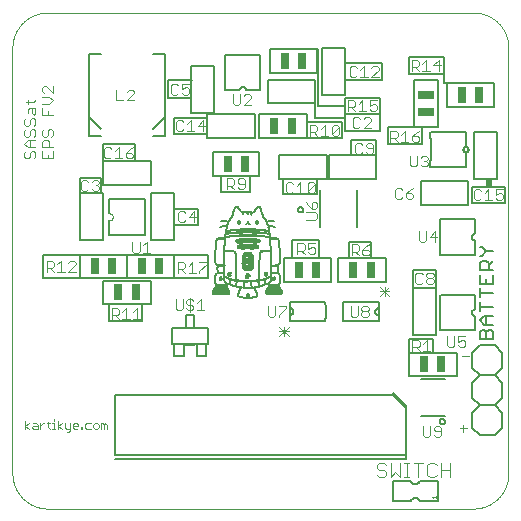
<source format=gto>
G75*
%MOIN*%
%OFA0B0*%
%FSLAX25Y25*%
%IPPOS*%
%LPD*%
%AMOC8*
5,1,8,0,0,1.08239X$1,22.5*
%
%ADD10C,0.00000*%
%ADD11C,0.00300*%
%ADD12C,0.00394*%
%ADD13C,0.00591*%
%ADD14C,0.00200*%
%ADD15R,0.03100X0.00100*%
%ADD16R,0.05600X0.00100*%
%ADD17R,0.06000X0.00100*%
%ADD18R,0.06300X0.00100*%
%ADD19R,0.01700X0.00100*%
%ADD20R,0.01400X0.00100*%
%ADD21R,0.00800X0.00100*%
%ADD22R,0.00500X0.00100*%
%ADD23R,0.00400X0.00100*%
%ADD24R,0.01300X0.00100*%
%ADD25R,0.01200X0.00100*%
%ADD26R,0.02400X0.00100*%
%ADD27R,0.05400X0.00100*%
%ADD28R,0.01000X0.00100*%
%ADD29R,0.05100X0.00100*%
%ADD30R,0.05700X0.00100*%
%ADD31R,0.05900X0.00100*%
%ADD32R,0.00600X0.00100*%
%ADD33R,0.05800X0.00100*%
%ADD34R,0.06100X0.00100*%
%ADD35R,0.05500X0.00100*%
%ADD36R,0.05300X0.00100*%
%ADD37R,0.05200X0.00100*%
%ADD38R,0.05000X0.00100*%
%ADD39R,0.04900X0.00100*%
%ADD40R,0.03300X0.00100*%
%ADD41R,0.04700X0.00100*%
%ADD42R,0.04600X0.00100*%
%ADD43R,0.04500X0.00100*%
%ADD44R,0.04300X0.00100*%
%ADD45R,0.07900X0.00100*%
%ADD46R,0.04200X0.00100*%
%ADD47R,0.02700X0.00100*%
%ADD48R,0.02300X0.00100*%
%ADD49R,0.04000X0.00100*%
%ADD50R,0.04100X0.00100*%
%ADD51R,0.02100X0.00100*%
%ADD52R,0.02200X0.00100*%
%ADD53R,0.01900X0.00100*%
%ADD54R,0.03800X0.00100*%
%ADD55R,0.02000X0.00100*%
%ADD56R,0.03700X0.00100*%
%ADD57R,0.01600X0.00100*%
%ADD58R,0.01100X0.00100*%
%ADD59R,0.01500X0.00100*%
%ADD60R,0.01800X0.00100*%
%ADD61R,0.00900X0.00100*%
%ADD62R,0.00700X0.00100*%
%ADD63R,0.03200X0.00100*%
%ADD64R,0.07700X0.00100*%
%ADD65R,0.08600X0.00100*%
%ADD66R,0.09500X0.00100*%
%ADD67R,0.03600X0.00100*%
%ADD68R,0.03400X0.00100*%
%ADD69R,0.03900X0.00100*%
%ADD70R,0.02600X0.00100*%
%ADD71R,0.00300X0.00100*%
%ADD72R,0.03000X0.00100*%
%ADD73R,0.02900X0.00100*%
%ADD74R,0.02800X0.00100*%
%ADD75R,0.03500X0.00100*%
%ADD76R,0.02500X0.00100*%
%ADD77R,0.06600X0.00100*%
%ADD78R,0.07000X0.00100*%
%ADD79R,0.07300X0.00100*%
%ADD80R,0.07400X0.00100*%
%ADD81R,0.07600X0.00100*%
%ADD82R,0.07500X0.00100*%
%ADD83R,0.07100X0.00100*%
%ADD84R,0.06500X0.00100*%
%ADD85R,0.08100X0.00100*%
%ADD86R,0.08300X0.00100*%
%ADD87R,0.08400X0.00100*%
%ADD88R,0.08500X0.00100*%
%ADD89R,0.07200X0.00100*%
%ADD90R,0.13300X0.00100*%
%ADD91R,0.12200X0.00100*%
%ADD92R,0.10500X0.00100*%
%ADD93R,0.13400X0.00100*%
%ADD94R,0.12700X0.00100*%
%ADD95R,0.10000X0.00100*%
%ADD96R,0.04800X0.00100*%
%ADD97R,0.13200X0.00100*%
%ADD98R,0.10600X0.00100*%
%ADD99R,0.00200X0.00100*%
%ADD100C,0.00600*%
%ADD101C,0.00500*%
%ADD102C,0.00400*%
%ADD103R,0.02559X0.05512*%
%ADD104R,0.05512X0.02559*%
%ADD105C,0.00800*%
%ADD106C,0.00100*%
D10*
X0001500Y0013311D02*
X0001500Y0155043D01*
X0001503Y0155328D01*
X0001514Y0155614D01*
X0001531Y0155899D01*
X0001555Y0156183D01*
X0001586Y0156467D01*
X0001624Y0156750D01*
X0001669Y0157031D01*
X0001720Y0157312D01*
X0001778Y0157592D01*
X0001843Y0157870D01*
X0001915Y0158146D01*
X0001993Y0158420D01*
X0002078Y0158693D01*
X0002170Y0158963D01*
X0002268Y0159231D01*
X0002372Y0159497D01*
X0002483Y0159760D01*
X0002600Y0160020D01*
X0002723Y0160278D01*
X0002853Y0160532D01*
X0002989Y0160783D01*
X0003130Y0161031D01*
X0003278Y0161275D01*
X0003431Y0161516D01*
X0003591Y0161752D01*
X0003756Y0161985D01*
X0003926Y0162214D01*
X0004102Y0162439D01*
X0004284Y0162659D01*
X0004470Y0162875D01*
X0004662Y0163086D01*
X0004859Y0163293D01*
X0005061Y0163495D01*
X0005268Y0163692D01*
X0005479Y0163884D01*
X0005695Y0164070D01*
X0005915Y0164252D01*
X0006140Y0164428D01*
X0006369Y0164598D01*
X0006602Y0164763D01*
X0006838Y0164923D01*
X0007079Y0165076D01*
X0007323Y0165224D01*
X0007571Y0165365D01*
X0007822Y0165501D01*
X0008076Y0165631D01*
X0008334Y0165754D01*
X0008594Y0165871D01*
X0008857Y0165982D01*
X0009123Y0166086D01*
X0009391Y0166184D01*
X0009661Y0166276D01*
X0009934Y0166361D01*
X0010208Y0166439D01*
X0010484Y0166511D01*
X0010762Y0166576D01*
X0011042Y0166634D01*
X0011323Y0166685D01*
X0011604Y0166730D01*
X0011887Y0166768D01*
X0012171Y0166799D01*
X0012455Y0166823D01*
X0012740Y0166840D01*
X0013026Y0166851D01*
X0013311Y0166854D01*
X0155043Y0166854D01*
X0155328Y0166851D01*
X0155614Y0166840D01*
X0155899Y0166823D01*
X0156183Y0166799D01*
X0156467Y0166768D01*
X0156750Y0166730D01*
X0157031Y0166685D01*
X0157312Y0166634D01*
X0157592Y0166576D01*
X0157870Y0166511D01*
X0158146Y0166439D01*
X0158420Y0166361D01*
X0158693Y0166276D01*
X0158963Y0166184D01*
X0159231Y0166086D01*
X0159497Y0165982D01*
X0159760Y0165871D01*
X0160020Y0165754D01*
X0160278Y0165631D01*
X0160532Y0165501D01*
X0160783Y0165365D01*
X0161031Y0165224D01*
X0161275Y0165076D01*
X0161516Y0164923D01*
X0161752Y0164763D01*
X0161985Y0164598D01*
X0162214Y0164428D01*
X0162439Y0164252D01*
X0162659Y0164070D01*
X0162875Y0163884D01*
X0163086Y0163692D01*
X0163293Y0163495D01*
X0163495Y0163293D01*
X0163692Y0163086D01*
X0163884Y0162875D01*
X0164070Y0162659D01*
X0164252Y0162439D01*
X0164428Y0162214D01*
X0164598Y0161985D01*
X0164763Y0161752D01*
X0164923Y0161516D01*
X0165076Y0161275D01*
X0165224Y0161031D01*
X0165365Y0160783D01*
X0165501Y0160532D01*
X0165631Y0160278D01*
X0165754Y0160020D01*
X0165871Y0159760D01*
X0165982Y0159497D01*
X0166086Y0159231D01*
X0166184Y0158963D01*
X0166276Y0158693D01*
X0166361Y0158420D01*
X0166439Y0158146D01*
X0166511Y0157870D01*
X0166576Y0157592D01*
X0166634Y0157312D01*
X0166685Y0157031D01*
X0166730Y0156750D01*
X0166768Y0156467D01*
X0166799Y0156183D01*
X0166823Y0155899D01*
X0166840Y0155614D01*
X0166851Y0155328D01*
X0166854Y0155043D01*
X0166854Y0013311D01*
X0166851Y0013026D01*
X0166840Y0012740D01*
X0166823Y0012455D01*
X0166799Y0012171D01*
X0166768Y0011887D01*
X0166730Y0011604D01*
X0166685Y0011323D01*
X0166634Y0011042D01*
X0166576Y0010762D01*
X0166511Y0010484D01*
X0166439Y0010208D01*
X0166361Y0009934D01*
X0166276Y0009661D01*
X0166184Y0009391D01*
X0166086Y0009123D01*
X0165982Y0008857D01*
X0165871Y0008594D01*
X0165754Y0008334D01*
X0165631Y0008076D01*
X0165501Y0007822D01*
X0165365Y0007571D01*
X0165224Y0007323D01*
X0165076Y0007079D01*
X0164923Y0006838D01*
X0164763Y0006602D01*
X0164598Y0006369D01*
X0164428Y0006140D01*
X0164252Y0005915D01*
X0164070Y0005695D01*
X0163884Y0005479D01*
X0163692Y0005268D01*
X0163495Y0005061D01*
X0163293Y0004859D01*
X0163086Y0004662D01*
X0162875Y0004470D01*
X0162659Y0004284D01*
X0162439Y0004102D01*
X0162214Y0003926D01*
X0161985Y0003756D01*
X0161752Y0003591D01*
X0161516Y0003431D01*
X0161275Y0003278D01*
X0161031Y0003130D01*
X0160783Y0002989D01*
X0160532Y0002853D01*
X0160278Y0002723D01*
X0160020Y0002600D01*
X0159760Y0002483D01*
X0159497Y0002372D01*
X0159231Y0002268D01*
X0158963Y0002170D01*
X0158693Y0002078D01*
X0158420Y0001993D01*
X0158146Y0001915D01*
X0157870Y0001843D01*
X0157592Y0001778D01*
X0157312Y0001720D01*
X0157031Y0001669D01*
X0156750Y0001624D01*
X0156467Y0001586D01*
X0156183Y0001555D01*
X0155899Y0001531D01*
X0155614Y0001514D01*
X0155328Y0001503D01*
X0155043Y0001500D01*
X0013311Y0001500D01*
X0013026Y0001503D01*
X0012740Y0001514D01*
X0012455Y0001531D01*
X0012171Y0001555D01*
X0011887Y0001586D01*
X0011604Y0001624D01*
X0011323Y0001669D01*
X0011042Y0001720D01*
X0010762Y0001778D01*
X0010484Y0001843D01*
X0010208Y0001915D01*
X0009934Y0001993D01*
X0009661Y0002078D01*
X0009391Y0002170D01*
X0009123Y0002268D01*
X0008857Y0002372D01*
X0008594Y0002483D01*
X0008334Y0002600D01*
X0008076Y0002723D01*
X0007822Y0002853D01*
X0007571Y0002989D01*
X0007323Y0003130D01*
X0007079Y0003278D01*
X0006838Y0003431D01*
X0006602Y0003591D01*
X0006369Y0003756D01*
X0006140Y0003926D01*
X0005915Y0004102D01*
X0005695Y0004284D01*
X0005479Y0004470D01*
X0005268Y0004662D01*
X0005061Y0004859D01*
X0004859Y0005061D01*
X0004662Y0005268D01*
X0004470Y0005479D01*
X0004284Y0005695D01*
X0004102Y0005915D01*
X0003926Y0006140D01*
X0003756Y0006369D01*
X0003591Y0006602D01*
X0003431Y0006838D01*
X0003278Y0007079D01*
X0003130Y0007323D01*
X0002989Y0007571D01*
X0002853Y0007822D01*
X0002723Y0008076D01*
X0002600Y0008334D01*
X0002483Y0008594D01*
X0002372Y0008857D01*
X0002268Y0009123D01*
X0002170Y0009391D01*
X0002078Y0009661D01*
X0001993Y0009934D01*
X0001915Y0010208D01*
X0001843Y0010484D01*
X0001778Y0010762D01*
X0001720Y0011042D01*
X0001669Y0011323D01*
X0001624Y0011604D01*
X0001586Y0011887D01*
X0001555Y0012171D01*
X0001531Y0012455D01*
X0001514Y0012740D01*
X0001503Y0013026D01*
X0001500Y0013311D01*
D11*
X0034551Y0064705D02*
X0034551Y0068345D01*
X0036371Y0068345D01*
X0036978Y0067739D01*
X0036978Y0066525D01*
X0036371Y0065918D01*
X0034551Y0065918D01*
X0035764Y0065918D02*
X0036978Y0064705D01*
X0038176Y0064705D02*
X0040603Y0064705D01*
X0041801Y0064705D02*
X0044228Y0064705D01*
X0043015Y0064705D02*
X0043015Y0068345D01*
X0041801Y0067132D01*
X0039389Y0068345D02*
X0039389Y0064705D01*
X0038176Y0067132D02*
X0039389Y0068345D01*
X0022574Y0080453D02*
X0020148Y0080453D01*
X0022574Y0082880D01*
X0022574Y0083487D01*
X0021968Y0084093D01*
X0020754Y0084093D01*
X0020148Y0083487D01*
X0017736Y0084093D02*
X0017736Y0080453D01*
X0018949Y0080453D02*
X0016522Y0080453D01*
X0015324Y0080453D02*
X0014111Y0081667D01*
X0014717Y0081667D02*
X0012897Y0081667D01*
X0012897Y0080453D02*
X0012897Y0084093D01*
X0014717Y0084093D01*
X0015324Y0083487D01*
X0015324Y0082273D01*
X0014717Y0081667D01*
X0016522Y0082880D02*
X0017736Y0084093D01*
X0024966Y0107493D02*
X0026180Y0107493D01*
X0026786Y0108099D01*
X0027985Y0108099D02*
X0028591Y0107493D01*
X0029805Y0107493D01*
X0030411Y0108099D01*
X0030411Y0108706D01*
X0029805Y0109313D01*
X0029198Y0109313D01*
X0029805Y0109313D02*
X0030411Y0109919D01*
X0030411Y0110526D01*
X0029805Y0111133D01*
X0028591Y0111133D01*
X0027985Y0110526D01*
X0026786Y0110526D02*
X0026180Y0111133D01*
X0024966Y0111133D01*
X0024359Y0110526D01*
X0024359Y0108099D01*
X0024966Y0107493D01*
X0032689Y0118248D02*
X0033902Y0118248D01*
X0034509Y0118855D01*
X0035708Y0118248D02*
X0038134Y0118248D01*
X0036921Y0118248D02*
X0036921Y0121889D01*
X0035708Y0120675D01*
X0034509Y0121282D02*
X0033902Y0121889D01*
X0032689Y0121889D01*
X0032082Y0121282D01*
X0032082Y0118855D01*
X0032689Y0118248D01*
X0039333Y0118855D02*
X0039939Y0118248D01*
X0041153Y0118248D01*
X0041759Y0118855D01*
X0041759Y0119462D01*
X0041153Y0120068D01*
X0039333Y0120068D01*
X0039333Y0118855D01*
X0039333Y0120068D02*
X0040546Y0121282D01*
X0041759Y0121889D01*
X0056098Y0127910D02*
X0056705Y0127304D01*
X0057918Y0127304D01*
X0058525Y0127910D01*
X0059723Y0127304D02*
X0062150Y0127304D01*
X0060937Y0127304D02*
X0060937Y0130944D01*
X0059723Y0129730D01*
X0058525Y0130337D02*
X0057918Y0130944D01*
X0056705Y0130944D01*
X0056098Y0130337D01*
X0056098Y0127910D01*
X0063348Y0129124D02*
X0065775Y0129124D01*
X0065168Y0127304D02*
X0065168Y0130944D01*
X0063348Y0129124D01*
X0059813Y0139508D02*
X0058599Y0139508D01*
X0057993Y0140115D01*
X0056794Y0140115D02*
X0056187Y0139508D01*
X0054974Y0139508D01*
X0054367Y0140115D01*
X0054367Y0142542D01*
X0054974Y0143148D01*
X0056187Y0143148D01*
X0056794Y0142542D01*
X0057993Y0143148D02*
X0057993Y0141328D01*
X0059206Y0141935D01*
X0059813Y0141935D01*
X0060419Y0141328D01*
X0060419Y0140115D01*
X0059813Y0139508D01*
X0060419Y0143148D02*
X0057993Y0143148D01*
X0072954Y0111566D02*
X0074774Y0111566D01*
X0075381Y0110959D01*
X0075381Y0109746D01*
X0074774Y0109139D01*
X0072954Y0109139D01*
X0074167Y0109139D02*
X0075381Y0107926D01*
X0076579Y0108532D02*
X0077186Y0107926D01*
X0078399Y0107926D01*
X0079006Y0108532D01*
X0079006Y0110959D01*
X0078399Y0111566D01*
X0077186Y0111566D01*
X0076579Y0110959D01*
X0076579Y0110352D01*
X0077186Y0109746D01*
X0079006Y0109746D01*
X0072954Y0107926D02*
X0072954Y0111566D01*
X0062175Y0100629D02*
X0060355Y0098809D01*
X0062781Y0098809D01*
X0062175Y0096989D02*
X0062175Y0100629D01*
X0059156Y0100022D02*
X0058550Y0100629D01*
X0057336Y0100629D01*
X0056730Y0100022D01*
X0056730Y0097595D01*
X0057336Y0096989D01*
X0058550Y0096989D01*
X0059156Y0097595D01*
X0058418Y0083700D02*
X0056598Y0083700D01*
X0056598Y0080059D01*
X0056598Y0081273D02*
X0058418Y0081273D01*
X0059025Y0081880D01*
X0059025Y0083093D01*
X0058418Y0083700D01*
X0060223Y0082486D02*
X0061437Y0083700D01*
X0061437Y0080059D01*
X0062650Y0080059D02*
X0060223Y0080059D01*
X0059025Y0080059D02*
X0057811Y0081273D01*
X0063848Y0080666D02*
X0063848Y0080059D01*
X0063848Y0080666D02*
X0066275Y0083093D01*
X0066275Y0083700D01*
X0063848Y0083700D01*
X0090455Y0062134D02*
X0093591Y0058998D01*
X0092023Y0058998D02*
X0092023Y0062134D01*
X0093591Y0062134D02*
X0090455Y0058998D01*
X0090455Y0060566D02*
X0093591Y0060566D01*
X0096450Y0086296D02*
X0096450Y0089936D01*
X0098270Y0089936D01*
X0098877Y0089329D01*
X0098877Y0088116D01*
X0098270Y0087509D01*
X0096450Y0087509D01*
X0097663Y0087509D02*
X0098877Y0086296D01*
X0100075Y0086902D02*
X0100682Y0086296D01*
X0101895Y0086296D01*
X0102502Y0086902D01*
X0102502Y0088116D01*
X0101895Y0088722D01*
X0101289Y0088722D01*
X0100075Y0088116D01*
X0100075Y0089936D01*
X0102502Y0089936D01*
X0114560Y0089542D02*
X0114560Y0085902D01*
X0114560Y0087115D02*
X0116380Y0087115D01*
X0116987Y0087722D01*
X0116987Y0088935D01*
X0116380Y0089542D01*
X0114560Y0089542D01*
X0115774Y0087115D02*
X0116987Y0085902D01*
X0118185Y0086509D02*
X0118185Y0087722D01*
X0120005Y0087722D01*
X0120612Y0087115D01*
X0120612Y0086509D01*
X0120005Y0085902D01*
X0118792Y0085902D01*
X0118185Y0086509D01*
X0118185Y0087722D02*
X0119399Y0088935D01*
X0120612Y0089542D01*
X0123976Y0075498D02*
X0127112Y0072362D01*
X0127112Y0073930D02*
X0123976Y0073930D01*
X0123976Y0072362D02*
X0127112Y0075498D01*
X0125544Y0075498D02*
X0125544Y0072362D01*
X0135863Y0077123D02*
X0136470Y0076516D01*
X0137684Y0076516D01*
X0138290Y0077123D01*
X0139489Y0077123D02*
X0139489Y0077730D01*
X0140095Y0078336D01*
X0141309Y0078336D01*
X0141915Y0077730D01*
X0141915Y0077123D01*
X0141309Y0076516D01*
X0140095Y0076516D01*
X0139489Y0077123D01*
X0140095Y0078336D02*
X0139489Y0078943D01*
X0139489Y0079550D01*
X0140095Y0080156D01*
X0141309Y0080156D01*
X0141915Y0079550D01*
X0141915Y0078943D01*
X0141309Y0078336D01*
X0138290Y0079550D02*
X0137684Y0080156D01*
X0136470Y0080156D01*
X0135863Y0079550D01*
X0135863Y0077123D01*
X0136624Y0057629D02*
X0134804Y0057629D01*
X0134804Y0053989D01*
X0134804Y0055202D02*
X0136624Y0055202D01*
X0137231Y0055809D01*
X0137231Y0057022D01*
X0136624Y0057629D01*
X0138430Y0056415D02*
X0139643Y0057629D01*
X0139643Y0053989D01*
X0138430Y0053989D02*
X0140856Y0053989D01*
X0137231Y0053989D02*
X0136018Y0055202D01*
X0151412Y0052289D02*
X0153839Y0052289D01*
X0151838Y0029487D02*
X0151838Y0027060D01*
X0150625Y0028273D02*
X0153052Y0028273D01*
X0155917Y0104272D02*
X0157131Y0104272D01*
X0157737Y0104879D01*
X0158936Y0104272D02*
X0161363Y0104272D01*
X0160149Y0104272D02*
X0160149Y0107912D01*
X0158936Y0106699D01*
X0157737Y0107305D02*
X0157131Y0107912D01*
X0155917Y0107912D01*
X0155311Y0107305D01*
X0155311Y0104879D01*
X0155917Y0104272D01*
X0162561Y0104879D02*
X0163168Y0104272D01*
X0164381Y0104272D01*
X0164988Y0104879D01*
X0164988Y0106092D01*
X0164381Y0106699D01*
X0163774Y0106699D01*
X0162561Y0106092D01*
X0162561Y0107912D01*
X0164988Y0107912D01*
X0137141Y0124367D02*
X0137141Y0124974D01*
X0136535Y0125580D01*
X0134715Y0125580D01*
X0134715Y0124367D01*
X0135321Y0123760D01*
X0136535Y0123760D01*
X0137141Y0124367D01*
X0134715Y0125580D02*
X0135928Y0126794D01*
X0137141Y0127400D01*
X0133516Y0123760D02*
X0131089Y0123760D01*
X0129891Y0123760D02*
X0128678Y0124974D01*
X0129284Y0124974D02*
X0127464Y0124974D01*
X0127464Y0123760D02*
X0127464Y0127400D01*
X0129284Y0127400D01*
X0129891Y0126794D01*
X0129891Y0125580D01*
X0129284Y0124974D01*
X0131089Y0126187D02*
X0132303Y0127400D01*
X0132303Y0123760D01*
X0121797Y0122857D02*
X0121797Y0120430D01*
X0121191Y0119823D01*
X0119977Y0119823D01*
X0119370Y0120430D01*
X0118172Y0120430D02*
X0117565Y0119823D01*
X0116352Y0119823D01*
X0115745Y0120430D01*
X0115745Y0122857D01*
X0116352Y0123463D01*
X0117565Y0123463D01*
X0118172Y0122857D01*
X0119370Y0122857D02*
X0119370Y0122250D01*
X0119977Y0121643D01*
X0121797Y0121643D01*
X0121797Y0122857D02*
X0121191Y0123463D01*
X0119977Y0123463D01*
X0119370Y0122857D01*
X0118536Y0128359D02*
X0120963Y0130785D01*
X0120963Y0131392D01*
X0120356Y0131999D01*
X0119142Y0131999D01*
X0118536Y0131392D01*
X0117337Y0131392D02*
X0116731Y0131999D01*
X0115517Y0131999D01*
X0114911Y0131392D01*
X0114911Y0128965D01*
X0115517Y0128359D01*
X0116731Y0128359D01*
X0117337Y0128965D01*
X0118536Y0128359D02*
X0120963Y0128359D01*
X0121148Y0133996D02*
X0120541Y0134603D01*
X0121148Y0133996D02*
X0122361Y0133996D01*
X0122968Y0134603D01*
X0122968Y0135817D01*
X0122361Y0136423D01*
X0121755Y0136423D01*
X0120541Y0135817D01*
X0120541Y0137637D01*
X0122968Y0137637D01*
X0119343Y0133996D02*
X0116916Y0133996D01*
X0115718Y0133996D02*
X0114504Y0135210D01*
X0115111Y0135210D02*
X0113291Y0135210D01*
X0113291Y0133996D02*
X0113291Y0137637D01*
X0115111Y0137637D01*
X0115718Y0137030D01*
X0115718Y0135817D01*
X0115111Y0135210D01*
X0116916Y0136423D02*
X0118130Y0137637D01*
X0118130Y0133996D01*
X0110370Y0128762D02*
X0110370Y0126335D01*
X0109763Y0125729D01*
X0108550Y0125729D01*
X0107943Y0126335D01*
X0110370Y0128762D01*
X0109763Y0129369D01*
X0108550Y0129369D01*
X0107943Y0128762D01*
X0107943Y0126335D01*
X0106744Y0125729D02*
X0104318Y0125729D01*
X0103119Y0125729D02*
X0101906Y0126942D01*
X0102513Y0126942D02*
X0100693Y0126942D01*
X0100693Y0125729D02*
X0100693Y0129369D01*
X0102513Y0129369D01*
X0103119Y0128762D01*
X0103119Y0127549D01*
X0102513Y0126942D01*
X0104318Y0128155D02*
X0105531Y0129369D01*
X0105531Y0125729D01*
X0101735Y0110385D02*
X0100522Y0110385D01*
X0099915Y0109778D01*
X0099915Y0107351D01*
X0102342Y0109778D01*
X0102342Y0107351D01*
X0101735Y0106744D01*
X0100522Y0106744D01*
X0099915Y0107351D01*
X0098717Y0106744D02*
X0096290Y0106744D01*
X0097504Y0106744D02*
X0097504Y0110385D01*
X0096290Y0109171D01*
X0095092Y0109778D02*
X0094485Y0110385D01*
X0093272Y0110385D01*
X0092665Y0109778D01*
X0092665Y0107351D01*
X0093272Y0106744D01*
X0094485Y0106744D01*
X0095092Y0107351D01*
X0101735Y0110385D02*
X0102342Y0109778D01*
X0129084Y0107770D02*
X0129084Y0105343D01*
X0129691Y0104737D01*
X0130904Y0104737D01*
X0131511Y0105343D01*
X0132709Y0105343D02*
X0132709Y0106557D01*
X0134529Y0106557D01*
X0135136Y0105950D01*
X0135136Y0105343D01*
X0134529Y0104737D01*
X0133316Y0104737D01*
X0132709Y0105343D01*
X0132709Y0106557D02*
X0133922Y0107770D01*
X0135136Y0108377D01*
X0131511Y0107770D02*
X0130904Y0108377D01*
X0129691Y0108377D01*
X0129084Y0107770D01*
X0123563Y0145288D02*
X0121136Y0145288D01*
X0123563Y0147715D01*
X0123563Y0148321D01*
X0122956Y0148928D01*
X0121742Y0148928D01*
X0121136Y0148321D01*
X0118724Y0148928D02*
X0118724Y0145288D01*
X0117511Y0145288D02*
X0119937Y0145288D01*
X0117511Y0147715D02*
X0118724Y0148928D01*
X0116312Y0148321D02*
X0115706Y0148928D01*
X0114492Y0148928D01*
X0113886Y0148321D01*
X0113886Y0145894D01*
X0114492Y0145288D01*
X0115706Y0145288D01*
X0116312Y0145894D01*
X0134551Y0147382D02*
X0134551Y0151022D01*
X0136371Y0151022D01*
X0136978Y0150416D01*
X0136978Y0149202D01*
X0136371Y0148596D01*
X0134551Y0148596D01*
X0135764Y0148596D02*
X0136978Y0147382D01*
X0138176Y0147382D02*
X0140603Y0147382D01*
X0139389Y0147382D02*
X0139389Y0151022D01*
X0138176Y0149809D01*
X0141801Y0149202D02*
X0144228Y0149202D01*
X0143621Y0147382D02*
X0143621Y0151022D01*
X0141801Y0149202D01*
X0015055Y0142429D02*
X0015055Y0140002D01*
X0012628Y0142429D01*
X0012021Y0142429D01*
X0011415Y0141822D01*
X0011415Y0140609D01*
X0012021Y0140002D01*
X0011415Y0138804D02*
X0013841Y0138804D01*
X0015055Y0137591D01*
X0013841Y0136377D01*
X0011415Y0136377D01*
X0011415Y0135179D02*
X0011415Y0132752D01*
X0015055Y0132752D01*
X0013235Y0132752D02*
X0013235Y0133965D01*
X0009149Y0133359D02*
X0008543Y0132752D01*
X0007936Y0133359D01*
X0007936Y0135179D01*
X0007329Y0135179D02*
X0009149Y0135179D01*
X0009149Y0133359D01*
X0008543Y0131554D02*
X0007936Y0131554D01*
X0007329Y0130947D01*
X0007329Y0129734D01*
X0006722Y0129127D01*
X0006116Y0129127D01*
X0005509Y0129734D01*
X0005509Y0130947D01*
X0006116Y0131554D01*
X0006722Y0133359D02*
X0006722Y0134572D01*
X0007329Y0135179D01*
X0006722Y0136377D02*
X0006722Y0137591D01*
X0006116Y0136984D02*
X0008543Y0136984D01*
X0009149Y0137591D01*
X0008543Y0131554D02*
X0009149Y0130947D01*
X0009149Y0129734D01*
X0008543Y0129127D01*
X0008543Y0127929D02*
X0007936Y0127929D01*
X0007329Y0127322D01*
X0007329Y0126109D01*
X0006722Y0125502D01*
X0006116Y0125502D01*
X0005509Y0126109D01*
X0005509Y0127322D01*
X0006116Y0127929D01*
X0008543Y0127929D02*
X0009149Y0127322D01*
X0009149Y0126109D01*
X0008543Y0125502D01*
X0009149Y0124303D02*
X0006722Y0124303D01*
X0005509Y0123090D01*
X0006722Y0121877D01*
X0009149Y0121877D01*
X0008543Y0120678D02*
X0007936Y0120678D01*
X0007329Y0120072D01*
X0007329Y0118858D01*
X0006722Y0118252D01*
X0006116Y0118252D01*
X0005509Y0118858D01*
X0005509Y0120072D01*
X0006116Y0120678D01*
X0007329Y0121877D02*
X0007329Y0124303D01*
X0008543Y0120678D02*
X0009149Y0120072D01*
X0009149Y0118858D01*
X0008543Y0118252D01*
X0011415Y0118252D02*
X0011415Y0120678D01*
X0011415Y0121877D02*
X0011415Y0123697D01*
X0012021Y0124303D01*
X0013235Y0124303D01*
X0013841Y0123697D01*
X0013841Y0121877D01*
X0015055Y0121877D02*
X0011415Y0121877D01*
X0013235Y0119465D02*
X0013235Y0118252D01*
X0015055Y0118252D02*
X0015055Y0120678D01*
X0015055Y0118252D02*
X0011415Y0118252D01*
X0012021Y0125502D02*
X0011415Y0126109D01*
X0011415Y0127322D01*
X0012021Y0127929D01*
X0013235Y0127322D02*
X0013841Y0127929D01*
X0014448Y0127929D01*
X0015055Y0127322D01*
X0015055Y0126109D01*
X0014448Y0125502D01*
X0013235Y0126109D02*
X0013235Y0127322D01*
X0013235Y0126109D02*
X0012628Y0125502D01*
X0012021Y0125502D01*
D12*
X0033783Y0102287D02*
X0033783Y0099925D01*
X0034964Y0098744D02*
X0034962Y0098678D01*
X0034957Y0098612D01*
X0034947Y0098546D01*
X0034934Y0098481D01*
X0034918Y0098417D01*
X0034898Y0098354D01*
X0034874Y0098292D01*
X0034847Y0098232D01*
X0034817Y0098173D01*
X0034783Y0098116D01*
X0034746Y0098061D01*
X0034706Y0098008D01*
X0034664Y0097957D01*
X0034618Y0097909D01*
X0034570Y0097863D01*
X0034519Y0097821D01*
X0034466Y0097781D01*
X0034411Y0097744D01*
X0034354Y0097710D01*
X0034295Y0097680D01*
X0034235Y0097653D01*
X0034173Y0097629D01*
X0034110Y0097609D01*
X0034046Y0097593D01*
X0033981Y0097580D01*
X0033915Y0097570D01*
X0033849Y0097565D01*
X0033783Y0097563D01*
X0034964Y0098744D02*
X0034962Y0098810D01*
X0034957Y0098876D01*
X0034947Y0098942D01*
X0034934Y0099007D01*
X0034918Y0099071D01*
X0034898Y0099134D01*
X0034874Y0099196D01*
X0034847Y0099256D01*
X0034817Y0099315D01*
X0034783Y0099372D01*
X0034746Y0099427D01*
X0034706Y0099480D01*
X0034664Y0099531D01*
X0034618Y0099579D01*
X0034570Y0099625D01*
X0034519Y0099667D01*
X0034466Y0099707D01*
X0034411Y0099744D01*
X0034354Y0099778D01*
X0034295Y0099808D01*
X0034235Y0099835D01*
X0034173Y0099859D01*
X0034110Y0099879D01*
X0034046Y0099895D01*
X0033981Y0099908D01*
X0033915Y0099918D01*
X0033849Y0099923D01*
X0033783Y0099925D01*
X0045594Y0102287D02*
X0045594Y0094807D01*
D13*
X0045594Y0103075D01*
X0045594Y0104650D02*
X0033783Y0104650D01*
X0033783Y0103075D02*
X0033783Y0099925D01*
X0033783Y0097563D02*
X0033783Y0094807D01*
X0033783Y0092839D02*
X0045594Y0092839D01*
X0047563Y0090870D02*
X0047563Y0106618D01*
X0055437Y0106618D01*
X0055437Y0101500D01*
X0063311Y0101500D01*
X0063311Y0095988D01*
X0055437Y0095988D01*
X0055437Y0090870D01*
X0047563Y0090870D01*
X0055437Y0086146D02*
X0066854Y0086146D01*
X0066854Y0078272D01*
X0055437Y0078272D01*
X0039689Y0078272D01*
X0023941Y0078272D01*
X0011736Y0078272D01*
X0011736Y0086146D01*
X0023941Y0086146D01*
X0023941Y0078272D01*
X0031815Y0077484D02*
X0031815Y0069610D01*
X0033783Y0069610D01*
X0033783Y0064098D01*
X0044807Y0064098D01*
X0044807Y0069610D01*
X0033783Y0069610D01*
X0031815Y0077484D02*
X0047563Y0077484D01*
X0047563Y0069610D01*
X0044807Y0069610D01*
X0039689Y0078272D02*
X0039689Y0086146D01*
X0055437Y0086146D01*
X0055437Y0078272D01*
X0059374Y0066067D02*
X0062130Y0066067D01*
X0062130Y0061736D01*
X0066854Y0061736D01*
X0066854Y0056224D01*
X0066067Y0056224D01*
X0066067Y0052287D01*
X0062917Y0052287D01*
X0062917Y0056224D01*
X0058587Y0056224D01*
X0058587Y0052287D01*
X0055437Y0052287D01*
X0055437Y0056224D01*
X0058587Y0056224D01*
X0055437Y0056224D02*
X0054650Y0056224D01*
X0054650Y0061736D01*
X0059374Y0061736D01*
X0059374Y0066067D01*
X0059374Y0061736D02*
X0062130Y0061736D01*
X0062917Y0056224D02*
X0066067Y0056224D01*
X0092051Y0077091D02*
X0092051Y0084965D01*
X0094807Y0084965D01*
X0094807Y0090870D01*
X0103862Y0090870D01*
X0103862Y0084965D01*
X0107799Y0084965D01*
X0107799Y0077091D01*
X0092051Y0077091D01*
X0094020Y0070398D02*
X0105831Y0070398D01*
X0105831Y0069610D01*
X0105831Y0064886D02*
X0105831Y0064098D01*
X0094020Y0064098D01*
X0094020Y0065280D01*
X0094020Y0069610D02*
X0094020Y0070398D01*
X0094807Y0084965D02*
X0103862Y0084965D01*
X0110161Y0084965D02*
X0110161Y0077091D01*
X0125909Y0077091D01*
X0125909Y0084965D01*
X0121185Y0084965D01*
X0121185Y0090476D01*
X0113705Y0090476D01*
X0113705Y0084965D01*
X0121185Y0084965D01*
X0113705Y0084965D02*
X0110161Y0084965D01*
X0111736Y0070398D02*
X0123547Y0070398D01*
X0123547Y0069610D01*
X0123547Y0064886D02*
X0123547Y0064098D01*
X0111736Y0064098D01*
X0111736Y0064886D01*
X0111736Y0069610D02*
X0111736Y0070398D01*
X0134965Y0075122D02*
X0134965Y0059374D01*
X0142839Y0059374D01*
X0142839Y0075122D01*
X0142839Y0081028D01*
X0134965Y0081028D01*
X0134965Y0075122D01*
X0142839Y0075122D01*
X0144413Y0072760D02*
X0155831Y0072760D01*
X0155831Y0070791D02*
X0155831Y0068035D01*
X0155765Y0068033D01*
X0155699Y0068028D01*
X0155633Y0068018D01*
X0155568Y0068005D01*
X0155504Y0067989D01*
X0155441Y0067969D01*
X0155379Y0067945D01*
X0155319Y0067918D01*
X0155260Y0067888D01*
X0155203Y0067854D01*
X0155148Y0067817D01*
X0155095Y0067777D01*
X0155044Y0067735D01*
X0154996Y0067689D01*
X0154950Y0067641D01*
X0154908Y0067590D01*
X0154868Y0067537D01*
X0154831Y0067482D01*
X0154797Y0067425D01*
X0154767Y0067366D01*
X0154740Y0067306D01*
X0154716Y0067244D01*
X0154696Y0067181D01*
X0154680Y0067117D01*
X0154667Y0067052D01*
X0154657Y0066986D01*
X0154652Y0066920D01*
X0154650Y0066854D01*
X0154652Y0066788D01*
X0154657Y0066722D01*
X0154667Y0066656D01*
X0154680Y0066591D01*
X0154696Y0066527D01*
X0154716Y0066464D01*
X0154740Y0066402D01*
X0154767Y0066342D01*
X0154797Y0066283D01*
X0154831Y0066226D01*
X0154868Y0066171D01*
X0154908Y0066118D01*
X0154950Y0066067D01*
X0154996Y0066019D01*
X0155044Y0065973D01*
X0155095Y0065931D01*
X0155148Y0065891D01*
X0155203Y0065854D01*
X0155260Y0065820D01*
X0155319Y0065790D01*
X0155379Y0065763D01*
X0155441Y0065739D01*
X0155504Y0065719D01*
X0155568Y0065703D01*
X0155633Y0065690D01*
X0155699Y0065680D01*
X0155765Y0065675D01*
X0155831Y0065673D01*
X0155831Y0063311D01*
X0155831Y0060949D02*
X0144020Y0060949D01*
X0144020Y0062917D02*
X0144020Y0070398D01*
X0141657Y0058193D02*
X0133783Y0058193D01*
X0133783Y0053469D01*
X0133783Y0045594D01*
X0149531Y0045594D01*
X0149531Y0053469D01*
X0141657Y0053469D01*
X0141657Y0058193D01*
X0141657Y0053469D02*
X0133783Y0053469D01*
X0128272Y0040083D02*
X0132602Y0035752D01*
X0132602Y0018035D01*
X0035752Y0018035D01*
X0035752Y0019217D02*
X0035752Y0039295D01*
X0128272Y0039295D01*
X0132602Y0034965D01*
X0132602Y0019217D01*
X0035752Y0019217D01*
X0039689Y0086146D02*
X0023941Y0086146D01*
X0023941Y0090870D02*
X0023941Y0106618D01*
X0023941Y0111736D01*
X0031028Y0111736D01*
X0031028Y0106618D01*
X0031815Y0106618D01*
X0031815Y0090870D01*
X0023941Y0090870D01*
X0023941Y0106618D02*
X0031028Y0106618D01*
X0031815Y0109374D02*
X0031815Y0117248D01*
X0031815Y0123154D01*
X0042445Y0123154D01*
X0042445Y0117248D01*
X0047563Y0117248D01*
X0047563Y0109374D01*
X0031815Y0109374D01*
X0031815Y0117248D02*
X0042445Y0117248D01*
X0055437Y0126303D02*
X0066461Y0126303D01*
X0066461Y0131815D01*
X0055437Y0131815D01*
X0055437Y0126303D01*
X0060949Y0133390D02*
X0060949Y0138508D01*
X0053469Y0138508D01*
X0053469Y0144413D01*
X0061343Y0144413D01*
X0060949Y0149138D02*
X0060949Y0138508D01*
X0060949Y0133390D02*
X0068823Y0133390D01*
X0068823Y0149138D01*
X0060949Y0149138D01*
X0072366Y0152681D02*
X0072366Y0140870D01*
X0074728Y0140870D02*
X0077091Y0140870D01*
X0078272Y0142051D02*
X0078338Y0142049D01*
X0078404Y0142044D01*
X0078470Y0142034D01*
X0078535Y0142021D01*
X0078599Y0142005D01*
X0078662Y0141985D01*
X0078724Y0141961D01*
X0078784Y0141934D01*
X0078843Y0141904D01*
X0078900Y0141870D01*
X0078955Y0141833D01*
X0079008Y0141793D01*
X0079059Y0141751D01*
X0079107Y0141705D01*
X0079153Y0141657D01*
X0079195Y0141606D01*
X0079235Y0141553D01*
X0079272Y0141498D01*
X0079306Y0141441D01*
X0079336Y0141382D01*
X0079363Y0141322D01*
X0079387Y0141260D01*
X0079407Y0141197D01*
X0079423Y0141133D01*
X0079436Y0141068D01*
X0079446Y0141002D01*
X0079451Y0140936D01*
X0079453Y0140870D01*
X0082209Y0140870D01*
X0084177Y0140870D02*
X0084177Y0152681D01*
X0082602Y0152681D02*
X0074335Y0152681D01*
X0078272Y0142051D02*
X0078206Y0142049D01*
X0078140Y0142044D01*
X0078074Y0142034D01*
X0078009Y0142021D01*
X0077945Y0142005D01*
X0077882Y0141985D01*
X0077820Y0141961D01*
X0077760Y0141934D01*
X0077701Y0141904D01*
X0077644Y0141870D01*
X0077589Y0141833D01*
X0077536Y0141793D01*
X0077485Y0141751D01*
X0077437Y0141705D01*
X0077391Y0141657D01*
X0077349Y0141606D01*
X0077309Y0141553D01*
X0077272Y0141498D01*
X0077238Y0141441D01*
X0077208Y0141382D01*
X0077181Y0141322D01*
X0077157Y0141260D01*
X0077137Y0141197D01*
X0077121Y0141133D01*
X0077108Y0141068D01*
X0077098Y0141002D01*
X0077093Y0140936D01*
X0077091Y0140870D01*
X0082209Y0132996D02*
X0082209Y0125122D01*
X0066461Y0125122D01*
X0066461Y0126303D01*
X0066461Y0131815D02*
X0066461Y0132996D01*
X0082209Y0132996D01*
X0083783Y0132996D02*
X0083783Y0125122D01*
X0099531Y0125122D01*
X0111343Y0125122D01*
X0111343Y0130240D01*
X0099531Y0130240D01*
X0099531Y0125122D01*
X0099531Y0130240D02*
X0099531Y0132996D01*
X0083783Y0132996D01*
X0086539Y0136539D02*
X0086539Y0144413D01*
X0102287Y0144413D01*
X0102287Y0136539D01*
X0102287Y0131815D01*
X0112524Y0131815D01*
X0112524Y0127484D01*
X0123941Y0127484D01*
X0123941Y0132996D01*
X0123941Y0138508D01*
X0112524Y0138508D01*
X0112524Y0135752D01*
X0103469Y0135752D01*
X0103469Y0146776D01*
X0103075Y0146776D01*
X0087327Y0146776D01*
X0087327Y0154650D01*
X0103075Y0154650D01*
X0103469Y0154650D01*
X0103469Y0146776D01*
X0103075Y0146776D02*
X0103075Y0154650D01*
X0104650Y0155043D02*
X0104650Y0139295D01*
X0112524Y0139295D01*
X0112524Y0144413D01*
X0124728Y0144413D01*
X0124728Y0149925D01*
X0112524Y0149925D01*
X0112524Y0155043D01*
X0104650Y0155043D01*
X0112524Y0149925D02*
X0112524Y0144413D01*
X0112524Y0135752D02*
X0112524Y0132996D01*
X0112524Y0131815D01*
X0112524Y0132996D02*
X0123941Y0132996D01*
X0126697Y0128665D02*
X0135358Y0128665D01*
X0135358Y0144413D01*
X0143232Y0144413D01*
X0143232Y0128665D01*
X0138114Y0128665D01*
X0138114Y0123154D01*
X0126697Y0123154D01*
X0126697Y0128665D01*
X0122760Y0124335D02*
X0114492Y0124335D01*
X0114492Y0119217D01*
X0122760Y0119217D01*
X0122760Y0124335D01*
X0122760Y0119217D02*
X0122760Y0111343D01*
X0107012Y0111343D01*
X0107012Y0119217D01*
X0114492Y0119217D01*
X0106224Y0119217D02*
X0106224Y0111343D01*
X0103075Y0111343D01*
X0103075Y0106224D01*
X0091657Y0106224D01*
X0091657Y0111343D01*
X0090476Y0111343D01*
X0090476Y0119217D01*
X0106224Y0119217D01*
X0103075Y0111343D02*
X0091657Y0111343D01*
X0083783Y0112524D02*
X0083783Y0120398D01*
X0068429Y0120398D01*
X0068429Y0112524D01*
X0071185Y0112524D01*
X0071185Y0107012D01*
X0080634Y0107012D01*
X0080634Y0112524D01*
X0071185Y0112524D01*
X0080634Y0112524D02*
X0083783Y0112524D01*
X0096683Y0101106D02*
X0096685Y0101165D01*
X0096691Y0101223D01*
X0096701Y0101281D01*
X0096714Y0101338D01*
X0096732Y0101395D01*
X0096753Y0101450D01*
X0096778Y0101503D01*
X0096806Y0101554D01*
X0096837Y0101604D01*
X0096872Y0101651D01*
X0096910Y0101696D01*
X0096951Y0101739D01*
X0096995Y0101778D01*
X0097041Y0101814D01*
X0097089Y0101848D01*
X0097140Y0101878D01*
X0097193Y0101904D01*
X0097247Y0101927D01*
X0097302Y0101946D01*
X0097359Y0101962D01*
X0097417Y0101974D01*
X0097475Y0101982D01*
X0097534Y0101986D01*
X0097592Y0101986D01*
X0097651Y0101982D01*
X0097709Y0101974D01*
X0097767Y0101962D01*
X0097824Y0101946D01*
X0097879Y0101927D01*
X0097933Y0101904D01*
X0097986Y0101878D01*
X0098037Y0101848D01*
X0098085Y0101814D01*
X0098131Y0101778D01*
X0098175Y0101739D01*
X0098216Y0101696D01*
X0098254Y0101651D01*
X0098289Y0101604D01*
X0098320Y0101554D01*
X0098348Y0101503D01*
X0098373Y0101450D01*
X0098394Y0101395D01*
X0098412Y0101338D01*
X0098425Y0101281D01*
X0098435Y0101223D01*
X0098441Y0101165D01*
X0098443Y0101106D01*
X0098441Y0101047D01*
X0098435Y0100989D01*
X0098425Y0100931D01*
X0098412Y0100874D01*
X0098394Y0100817D01*
X0098373Y0100762D01*
X0098348Y0100709D01*
X0098320Y0100658D01*
X0098289Y0100608D01*
X0098254Y0100561D01*
X0098216Y0100516D01*
X0098175Y0100473D01*
X0098131Y0100434D01*
X0098085Y0100398D01*
X0098037Y0100364D01*
X0097986Y0100334D01*
X0097933Y0100308D01*
X0097879Y0100285D01*
X0097824Y0100266D01*
X0097767Y0100250D01*
X0097709Y0100238D01*
X0097651Y0100230D01*
X0097592Y0100226D01*
X0097534Y0100226D01*
X0097475Y0100230D01*
X0097417Y0100238D01*
X0097359Y0100250D01*
X0097302Y0100266D01*
X0097247Y0100285D01*
X0097193Y0100308D01*
X0097140Y0100334D01*
X0097089Y0100364D01*
X0097041Y0100398D01*
X0096995Y0100434D01*
X0096951Y0100473D01*
X0096910Y0100516D01*
X0096872Y0100561D01*
X0096837Y0100608D01*
X0096806Y0100658D01*
X0096778Y0100709D01*
X0096753Y0100762D01*
X0096732Y0100817D01*
X0096714Y0100874D01*
X0096701Y0100931D01*
X0096691Y0100989D01*
X0096685Y0101047D01*
X0096683Y0101106D01*
X0102287Y0136539D02*
X0086539Y0136539D01*
X0055437Y0101500D02*
X0055437Y0095988D01*
X0133783Y0146382D02*
X0145201Y0146382D01*
X0145201Y0151894D01*
X0133783Y0151894D01*
X0133783Y0146382D01*
X0145201Y0146382D02*
X0145201Y0143232D01*
X0146382Y0143232D01*
X0146382Y0135358D01*
X0162130Y0135358D01*
X0162130Y0143232D01*
X0146382Y0143232D01*
X0138114Y0128665D02*
X0135358Y0128665D01*
X0140870Y0127091D02*
X0152681Y0127091D01*
X0152681Y0125122D02*
X0152681Y0121972D01*
X0151801Y0121185D02*
X0151803Y0121244D01*
X0151809Y0121302D01*
X0151819Y0121360D01*
X0151832Y0121417D01*
X0151850Y0121474D01*
X0151871Y0121529D01*
X0151896Y0121582D01*
X0151924Y0121633D01*
X0151955Y0121683D01*
X0151990Y0121730D01*
X0152028Y0121775D01*
X0152069Y0121818D01*
X0152113Y0121857D01*
X0152159Y0121893D01*
X0152207Y0121927D01*
X0152258Y0121957D01*
X0152311Y0121983D01*
X0152365Y0122006D01*
X0152420Y0122025D01*
X0152477Y0122041D01*
X0152535Y0122053D01*
X0152593Y0122061D01*
X0152652Y0122065D01*
X0152710Y0122065D01*
X0152769Y0122061D01*
X0152827Y0122053D01*
X0152885Y0122041D01*
X0152942Y0122025D01*
X0152997Y0122006D01*
X0153051Y0121983D01*
X0153104Y0121957D01*
X0153155Y0121927D01*
X0153203Y0121893D01*
X0153249Y0121857D01*
X0153293Y0121818D01*
X0153334Y0121775D01*
X0153372Y0121730D01*
X0153407Y0121683D01*
X0153438Y0121633D01*
X0153466Y0121582D01*
X0153491Y0121529D01*
X0153512Y0121474D01*
X0153530Y0121417D01*
X0153543Y0121360D01*
X0153553Y0121302D01*
X0153559Y0121244D01*
X0153561Y0121185D01*
X0153559Y0121126D01*
X0153553Y0121068D01*
X0153543Y0121010D01*
X0153530Y0120953D01*
X0153512Y0120896D01*
X0153491Y0120841D01*
X0153466Y0120788D01*
X0153438Y0120737D01*
X0153407Y0120687D01*
X0153372Y0120640D01*
X0153334Y0120595D01*
X0153293Y0120552D01*
X0153249Y0120513D01*
X0153203Y0120477D01*
X0153155Y0120443D01*
X0153104Y0120413D01*
X0153051Y0120387D01*
X0152997Y0120364D01*
X0152942Y0120345D01*
X0152885Y0120329D01*
X0152827Y0120317D01*
X0152769Y0120309D01*
X0152710Y0120305D01*
X0152652Y0120305D01*
X0152593Y0120309D01*
X0152535Y0120317D01*
X0152477Y0120329D01*
X0152420Y0120345D01*
X0152365Y0120364D01*
X0152311Y0120387D01*
X0152258Y0120413D01*
X0152207Y0120443D01*
X0152159Y0120477D01*
X0152113Y0120513D01*
X0152069Y0120552D01*
X0152028Y0120595D01*
X0151990Y0120640D01*
X0151955Y0120687D01*
X0151924Y0120737D01*
X0151896Y0120788D01*
X0151871Y0120841D01*
X0151850Y0120896D01*
X0151832Y0120953D01*
X0151819Y0121010D01*
X0151809Y0121068D01*
X0151803Y0121126D01*
X0151801Y0121185D01*
X0152681Y0120398D02*
X0152681Y0117248D01*
X0152681Y0115673D02*
X0152681Y0115280D01*
X0140870Y0115280D01*
X0140870Y0117642D02*
X0140870Y0125122D01*
X0155437Y0127091D02*
X0155437Y0111343D01*
X0159768Y0111343D01*
X0160949Y0111343D01*
X0160949Y0108980D01*
X0160555Y0108980D01*
X0160555Y0110949D01*
X0160161Y0110949D01*
X0160161Y0108980D01*
X0160555Y0108980D01*
X0159768Y0108587D02*
X0159768Y0111343D01*
X0160949Y0111343D02*
X0162917Y0111343D01*
X0162917Y0127091D01*
X0155437Y0127091D01*
X0153469Y0110555D02*
X0153469Y0102681D01*
X0137720Y0102681D01*
X0137720Y0110555D01*
X0153469Y0110555D01*
X0154650Y0108587D02*
X0154650Y0103469D01*
X0165673Y0103469D01*
X0165673Y0108587D01*
X0159768Y0108587D01*
X0154650Y0108587D01*
X0155831Y0097957D02*
X0144020Y0097957D01*
X0144020Y0095594D02*
X0144020Y0088114D01*
X0144020Y0086146D02*
X0155831Y0086146D01*
X0155831Y0088508D02*
X0155831Y0090870D01*
X0154650Y0092051D02*
X0154652Y0092117D01*
X0154657Y0092183D01*
X0154667Y0092249D01*
X0154680Y0092314D01*
X0154696Y0092378D01*
X0154716Y0092441D01*
X0154740Y0092503D01*
X0154767Y0092563D01*
X0154797Y0092622D01*
X0154831Y0092679D01*
X0154868Y0092734D01*
X0154908Y0092787D01*
X0154950Y0092838D01*
X0154996Y0092886D01*
X0155044Y0092932D01*
X0155095Y0092974D01*
X0155148Y0093014D01*
X0155203Y0093051D01*
X0155260Y0093085D01*
X0155319Y0093115D01*
X0155379Y0093142D01*
X0155441Y0093166D01*
X0155504Y0093186D01*
X0155568Y0093202D01*
X0155633Y0093215D01*
X0155699Y0093225D01*
X0155765Y0093230D01*
X0155831Y0093232D01*
X0155831Y0096382D01*
X0155831Y0097563D02*
X0155831Y0097957D01*
X0154650Y0092051D02*
X0154652Y0091985D01*
X0154657Y0091919D01*
X0154667Y0091853D01*
X0154680Y0091788D01*
X0154696Y0091724D01*
X0154716Y0091661D01*
X0154740Y0091599D01*
X0154767Y0091539D01*
X0154797Y0091480D01*
X0154831Y0091423D01*
X0154868Y0091368D01*
X0154908Y0091315D01*
X0154950Y0091264D01*
X0154996Y0091216D01*
X0155044Y0091170D01*
X0155095Y0091128D01*
X0155148Y0091088D01*
X0155203Y0091051D01*
X0155260Y0091017D01*
X0155319Y0090987D01*
X0155379Y0090960D01*
X0155441Y0090936D01*
X0155504Y0090916D01*
X0155568Y0090900D01*
X0155633Y0090887D01*
X0155699Y0090877D01*
X0155765Y0090872D01*
X0155831Y0090870D01*
X0143927Y0030634D02*
X0143929Y0030693D01*
X0143935Y0030751D01*
X0143945Y0030809D01*
X0143958Y0030866D01*
X0143976Y0030923D01*
X0143997Y0030978D01*
X0144022Y0031031D01*
X0144050Y0031082D01*
X0144081Y0031132D01*
X0144116Y0031179D01*
X0144154Y0031224D01*
X0144195Y0031267D01*
X0144239Y0031306D01*
X0144285Y0031342D01*
X0144333Y0031376D01*
X0144384Y0031406D01*
X0144437Y0031432D01*
X0144491Y0031455D01*
X0144546Y0031474D01*
X0144603Y0031490D01*
X0144661Y0031502D01*
X0144719Y0031510D01*
X0144778Y0031514D01*
X0144836Y0031514D01*
X0144895Y0031510D01*
X0144953Y0031502D01*
X0145011Y0031490D01*
X0145068Y0031474D01*
X0145123Y0031455D01*
X0145177Y0031432D01*
X0145230Y0031406D01*
X0145281Y0031376D01*
X0145329Y0031342D01*
X0145375Y0031306D01*
X0145419Y0031267D01*
X0145460Y0031224D01*
X0145498Y0031179D01*
X0145533Y0031132D01*
X0145564Y0031082D01*
X0145592Y0031031D01*
X0145617Y0030978D01*
X0145638Y0030923D01*
X0145656Y0030866D01*
X0145669Y0030809D01*
X0145679Y0030751D01*
X0145685Y0030693D01*
X0145687Y0030634D01*
X0145685Y0030575D01*
X0145679Y0030517D01*
X0145669Y0030459D01*
X0145656Y0030402D01*
X0145638Y0030345D01*
X0145617Y0030290D01*
X0145592Y0030237D01*
X0145564Y0030186D01*
X0145533Y0030136D01*
X0145498Y0030089D01*
X0145460Y0030044D01*
X0145419Y0030001D01*
X0145375Y0029962D01*
X0145329Y0029926D01*
X0145281Y0029892D01*
X0145230Y0029862D01*
X0145177Y0029836D01*
X0145123Y0029813D01*
X0145068Y0029794D01*
X0145011Y0029778D01*
X0144953Y0029766D01*
X0144895Y0029758D01*
X0144836Y0029754D01*
X0144778Y0029754D01*
X0144719Y0029758D01*
X0144661Y0029766D01*
X0144603Y0029778D01*
X0144546Y0029794D01*
X0144491Y0029813D01*
X0144437Y0029836D01*
X0144384Y0029862D01*
X0144333Y0029892D01*
X0144285Y0029926D01*
X0144239Y0029962D01*
X0144195Y0030001D01*
X0144154Y0030044D01*
X0144116Y0030089D01*
X0144081Y0030136D01*
X0144050Y0030186D01*
X0144022Y0030237D01*
X0143997Y0030290D01*
X0143976Y0030345D01*
X0143958Y0030402D01*
X0143945Y0030459D01*
X0143935Y0030517D01*
X0143929Y0030575D01*
X0143927Y0030634D01*
D14*
X0032976Y0029470D02*
X0032976Y0028093D01*
X0032057Y0028093D02*
X0032057Y0029470D01*
X0032516Y0029930D01*
X0032976Y0029470D01*
X0032057Y0029470D02*
X0031598Y0029930D01*
X0031139Y0029930D01*
X0031139Y0028093D01*
X0030257Y0028552D02*
X0030257Y0029470D01*
X0029798Y0029930D01*
X0028879Y0029930D01*
X0028420Y0029470D01*
X0028420Y0028552D01*
X0028879Y0028093D01*
X0029798Y0028093D01*
X0030257Y0028552D01*
X0027538Y0028093D02*
X0026160Y0028093D01*
X0025701Y0028552D01*
X0025701Y0029470D01*
X0026160Y0029930D01*
X0027538Y0029930D01*
X0024801Y0028552D02*
X0024801Y0028093D01*
X0024342Y0028093D01*
X0024342Y0028552D01*
X0024801Y0028552D01*
X0023460Y0029011D02*
X0021623Y0029011D01*
X0021623Y0028552D02*
X0021623Y0029470D01*
X0022082Y0029930D01*
X0023000Y0029930D01*
X0023460Y0029470D01*
X0023460Y0029011D01*
X0023000Y0028093D02*
X0022082Y0028093D01*
X0021623Y0028552D01*
X0020741Y0028093D02*
X0019363Y0028093D01*
X0018904Y0028552D01*
X0018904Y0029930D01*
X0018016Y0029930D02*
X0016638Y0029011D01*
X0018016Y0028093D01*
X0016638Y0028093D02*
X0016638Y0030848D01*
X0015285Y0030848D02*
X0015285Y0031307D01*
X0015285Y0029930D02*
X0014826Y0029930D01*
X0015285Y0029930D02*
X0015285Y0028093D01*
X0014826Y0028093D02*
X0015744Y0028093D01*
X0013932Y0028093D02*
X0013472Y0028552D01*
X0013472Y0030389D01*
X0013013Y0029930D02*
X0013932Y0029930D01*
X0012125Y0029930D02*
X0011666Y0029930D01*
X0010748Y0029011D01*
X0009865Y0029011D02*
X0008488Y0029011D01*
X0008029Y0028552D01*
X0008488Y0028093D01*
X0009865Y0028093D01*
X0009865Y0029470D01*
X0009406Y0029930D01*
X0008488Y0029930D01*
X0007141Y0029930D02*
X0005763Y0029011D01*
X0007141Y0028093D01*
X0005763Y0028093D02*
X0005763Y0030848D01*
X0010748Y0029930D02*
X0010748Y0028093D01*
X0019822Y0027175D02*
X0020282Y0027175D01*
X0020741Y0027634D01*
X0020741Y0029930D01*
D15*
X0070874Y0082470D03*
X0075274Y0077570D03*
X0079874Y0080970D03*
X0088974Y0079670D03*
X0088974Y0079570D03*
X0079874Y0071470D03*
X0071074Y0091170D03*
X0071174Y0091270D03*
X0072274Y0097070D03*
X0088674Y0091270D03*
D16*
X0071024Y0074170D03*
X0071024Y0074070D03*
X0079924Y0071570D03*
X0088724Y0072770D03*
X0088724Y0072770D03*
D17*
X0088724Y0073070D03*
X0088724Y0073170D03*
X0088724Y0073270D03*
X0088724Y0073370D03*
X0088724Y0073470D03*
X0088724Y0073570D03*
X0079924Y0071670D03*
X0071024Y0072970D03*
X0071024Y0073070D03*
X0071024Y0073470D03*
X0071024Y0073570D03*
X0071024Y0073670D03*
X0071024Y0073770D03*
X0080024Y0087870D03*
X0079924Y0093670D03*
D18*
X0079874Y0091270D03*
X0079874Y0075070D03*
X0079874Y0071770D03*
D19*
X0082274Y0071870D03*
X0077474Y0071870D03*
X0073474Y0076170D03*
X0073474Y0076270D03*
X0072774Y0078270D03*
X0078774Y0082870D03*
X0078774Y0082970D03*
X0078874Y0085370D03*
X0080974Y0085270D03*
X0080974Y0085170D03*
X0080974Y0085070D03*
X0080974Y0084970D03*
X0080974Y0084870D03*
X0077474Y0089770D03*
X0087374Y0095570D03*
X0079874Y0079070D03*
X0079874Y0078970D03*
X0079874Y0078870D03*
X0079874Y0078770D03*
D20*
X0079824Y0078370D03*
X0079924Y0079370D03*
X0085924Y0079270D03*
X0085924Y0079170D03*
X0085924Y0079570D03*
X0085924Y0079670D03*
X0087224Y0078470D03*
X0079924Y0072270D03*
X0079924Y0072170D03*
X0079924Y0072070D03*
X0079924Y0071970D03*
X0079924Y0071870D03*
X0074024Y0075970D03*
X0073824Y0079170D03*
X0073824Y0079270D03*
X0073824Y0079370D03*
X0073824Y0079470D03*
X0073824Y0079570D03*
X0077124Y0096770D03*
X0077124Y0096870D03*
X0078324Y0099970D03*
X0081424Y0099970D03*
X0083024Y0096870D03*
X0083024Y0096770D03*
D21*
X0083024Y0096270D03*
X0083024Y0097270D03*
X0081224Y0099670D03*
X0079824Y0099670D03*
X0078424Y0099670D03*
X0078424Y0099570D03*
X0077124Y0097270D03*
X0077124Y0096270D03*
X0080024Y0096470D03*
X0083624Y0101970D03*
X0088724Y0095170D03*
X0085924Y0078770D03*
X0087024Y0076570D03*
X0088724Y0077370D03*
X0082824Y0071970D03*
X0079924Y0072770D03*
X0076924Y0071970D03*
X0072824Y0072570D03*
X0072624Y0076670D03*
X0071024Y0077370D03*
X0071024Y0078470D03*
X0069524Y0082670D03*
X0081024Y0076770D03*
D22*
X0081174Y0076670D03*
X0081174Y0076570D03*
X0081174Y0076470D03*
X0081174Y0076370D03*
X0081174Y0076270D03*
X0081174Y0076170D03*
X0081174Y0076070D03*
X0081174Y0075970D03*
X0081174Y0075870D03*
X0081174Y0075770D03*
X0081174Y0075670D03*
X0081174Y0075570D03*
X0082174Y0074770D03*
X0082274Y0074570D03*
X0082374Y0074470D03*
X0082474Y0074270D03*
X0082574Y0074070D03*
X0082674Y0073770D03*
X0082774Y0073670D03*
X0082774Y0073570D03*
X0082974Y0073070D03*
X0082974Y0072970D03*
X0083074Y0072670D03*
X0083074Y0072570D03*
X0083074Y0072470D03*
X0083074Y0072170D03*
X0082974Y0072070D03*
X0083574Y0075870D03*
X0083574Y0075970D03*
X0083574Y0076070D03*
X0083574Y0076170D03*
X0083574Y0076270D03*
X0083574Y0076370D03*
X0083574Y0076470D03*
X0083574Y0076570D03*
X0085774Y0076870D03*
X0085774Y0076970D03*
X0085774Y0077070D03*
X0085774Y0077170D03*
X0085774Y0077270D03*
X0085774Y0077370D03*
X0085974Y0078670D03*
X0087674Y0078870D03*
X0087674Y0078970D03*
X0087674Y0079070D03*
X0087674Y0079170D03*
X0087674Y0079270D03*
X0087674Y0079370D03*
X0087674Y0079470D03*
X0087674Y0080070D03*
X0087674Y0080170D03*
X0087674Y0080270D03*
X0087674Y0080370D03*
X0087674Y0080470D03*
X0087674Y0080570D03*
X0087674Y0080670D03*
X0087674Y0080770D03*
X0087674Y0080870D03*
X0087674Y0080970D03*
X0087674Y0081070D03*
X0087674Y0081170D03*
X0087674Y0081270D03*
X0087674Y0081370D03*
X0087674Y0081470D03*
X0087674Y0081570D03*
X0087674Y0081670D03*
X0087674Y0081770D03*
X0087674Y0081870D03*
X0087674Y0081970D03*
X0087674Y0082070D03*
X0087674Y0082570D03*
X0087674Y0082670D03*
X0087674Y0082770D03*
X0087674Y0082870D03*
X0087674Y0082970D03*
X0087674Y0083070D03*
X0087674Y0083170D03*
X0087674Y0083270D03*
X0087674Y0083370D03*
X0087674Y0083470D03*
X0087674Y0083570D03*
X0087674Y0083670D03*
X0087674Y0083770D03*
X0087674Y0083870D03*
X0087674Y0083970D03*
X0087674Y0084070D03*
X0087674Y0084170D03*
X0087674Y0084270D03*
X0087674Y0084370D03*
X0087674Y0084470D03*
X0087674Y0084570D03*
X0087674Y0084670D03*
X0087674Y0084770D03*
X0087674Y0084870D03*
X0087674Y0084970D03*
X0087674Y0085070D03*
X0087674Y0085170D03*
X0087674Y0085270D03*
X0087674Y0085370D03*
X0087674Y0085470D03*
X0087674Y0085570D03*
X0087674Y0085670D03*
X0090674Y0085670D03*
X0090674Y0085570D03*
X0090674Y0085470D03*
X0090674Y0085370D03*
X0090674Y0085270D03*
X0090674Y0085170D03*
X0090674Y0085070D03*
X0090674Y0084970D03*
X0090674Y0084870D03*
X0090674Y0084770D03*
X0090674Y0084670D03*
X0090674Y0084570D03*
X0090674Y0084470D03*
X0090674Y0084370D03*
X0090674Y0084270D03*
X0090674Y0084170D03*
X0090674Y0084070D03*
X0090674Y0083970D03*
X0090674Y0083870D03*
X0090674Y0083770D03*
X0090674Y0083670D03*
X0090674Y0083570D03*
X0090674Y0083470D03*
X0090574Y0083070D03*
X0089974Y0082070D03*
X0089974Y0081970D03*
X0089974Y0081870D03*
X0089974Y0081170D03*
X0089974Y0081070D03*
X0089974Y0080970D03*
X0089974Y0080870D03*
X0089974Y0080770D03*
X0089974Y0080670D03*
X0089974Y0080570D03*
X0089974Y0080470D03*
X0089974Y0080370D03*
X0089974Y0080270D03*
X0090474Y0079370D03*
X0090574Y0079170D03*
X0090674Y0078770D03*
X0090674Y0078670D03*
X0090674Y0078570D03*
X0090674Y0078470D03*
X0090674Y0078370D03*
X0090674Y0078270D03*
X0090674Y0078170D03*
X0090674Y0078070D03*
X0090674Y0077970D03*
X0090674Y0077870D03*
X0090674Y0077770D03*
X0090674Y0077670D03*
X0090674Y0077570D03*
X0090674Y0077470D03*
X0090674Y0077370D03*
X0090674Y0077270D03*
X0090674Y0077170D03*
X0087574Y0077170D03*
X0087574Y0077270D03*
X0087574Y0077370D03*
X0087574Y0077470D03*
X0087474Y0076970D03*
X0087374Y0076870D03*
X0086974Y0075970D03*
X0087674Y0078070D03*
X0087674Y0078170D03*
X0090674Y0085770D03*
X0090674Y0085870D03*
X0090674Y0085970D03*
X0090674Y0086070D03*
X0090674Y0086170D03*
X0090674Y0086270D03*
X0090674Y0086370D03*
X0090674Y0086470D03*
X0090674Y0086570D03*
X0090574Y0087470D03*
X0090574Y0087570D03*
X0090574Y0087670D03*
X0090574Y0087770D03*
X0090574Y0087870D03*
X0090574Y0087970D03*
X0090574Y0088070D03*
X0090574Y0088170D03*
X0090474Y0088370D03*
X0090474Y0088470D03*
X0090474Y0088570D03*
X0090474Y0088670D03*
X0090474Y0088770D03*
X0090474Y0088870D03*
X0090474Y0088970D03*
X0090474Y0089070D03*
X0090474Y0089170D03*
X0090474Y0089270D03*
X0090474Y0089370D03*
X0090474Y0089470D03*
X0090474Y0089570D03*
X0090474Y0089670D03*
X0090374Y0089970D03*
X0090374Y0090070D03*
X0090374Y0090170D03*
X0090274Y0090570D03*
X0090174Y0090870D03*
X0087474Y0090470D03*
X0087474Y0090370D03*
X0087474Y0090270D03*
X0087474Y0090170D03*
X0087474Y0090070D03*
X0087274Y0092370D03*
X0087274Y0092470D03*
X0087174Y0092670D03*
X0087174Y0093270D03*
X0087174Y0093370D03*
X0087074Y0094170D03*
X0087074Y0094270D03*
X0086974Y0094370D03*
X0086974Y0094470D03*
X0086974Y0094570D03*
X0086974Y0094670D03*
X0086874Y0094770D03*
X0086874Y0094870D03*
X0086874Y0094970D03*
X0086574Y0095970D03*
X0086574Y0096070D03*
X0086474Y0096270D03*
X0086474Y0096370D03*
X0086374Y0096570D03*
X0086074Y0097270D03*
X0085974Y0097370D03*
X0085874Y0097470D03*
X0085874Y0097570D03*
X0085774Y0097670D03*
X0085674Y0097770D03*
X0085574Y0097970D03*
X0085474Y0098070D03*
X0085374Y0098270D03*
X0085274Y0098370D03*
X0085174Y0098470D03*
X0085174Y0098570D03*
X0085074Y0098670D03*
X0084974Y0098870D03*
X0084874Y0099270D03*
X0084374Y0100870D03*
X0084074Y0101570D03*
X0083574Y0102070D03*
X0083174Y0101670D03*
X0083074Y0101570D03*
X0082974Y0101470D03*
X0082874Y0101370D03*
X0082774Y0101270D03*
X0082674Y0101070D03*
X0082574Y0100970D03*
X0082474Y0100870D03*
X0082374Y0100670D03*
X0082274Y0100570D03*
X0082174Y0100370D03*
X0081174Y0099270D03*
X0079874Y0099370D03*
X0077674Y0100370D03*
X0077574Y0100470D03*
X0077374Y0100770D03*
X0077074Y0101170D03*
X0076774Y0101570D03*
X0076674Y0101670D03*
X0076174Y0102070D03*
X0075774Y0101670D03*
X0075674Y0101570D03*
X0075674Y0101470D03*
X0075574Y0101270D03*
X0075474Y0101070D03*
X0075474Y0100970D03*
X0075374Y0100770D03*
X0075274Y0100570D03*
X0075274Y0100470D03*
X0075174Y0100270D03*
X0075174Y0100170D03*
X0075074Y0099870D03*
X0074974Y0099570D03*
X0074874Y0099170D03*
X0074874Y0099070D03*
X0074774Y0098770D03*
X0074674Y0098670D03*
X0074674Y0098570D03*
X0074574Y0098470D03*
X0074474Y0098370D03*
X0074474Y0098270D03*
X0074374Y0098170D03*
X0074274Y0098070D03*
X0074274Y0097970D03*
X0074174Y0097870D03*
X0074074Y0097770D03*
X0074074Y0097670D03*
X0073974Y0097570D03*
X0073874Y0097470D03*
X0073774Y0097370D03*
X0073774Y0097270D03*
X0073474Y0096770D03*
X0073474Y0096670D03*
X0073374Y0096470D03*
X0073274Y0096170D03*
X0073074Y0095670D03*
X0072974Y0095170D03*
X0072974Y0095070D03*
X0072974Y0094970D03*
X0072874Y0094870D03*
X0072874Y0094770D03*
X0072874Y0094670D03*
X0072874Y0094570D03*
X0072774Y0094370D03*
X0072774Y0094270D03*
X0072774Y0094170D03*
X0072674Y0093470D03*
X0072674Y0093370D03*
X0072674Y0093270D03*
X0072474Y0092270D03*
X0072474Y0092170D03*
X0072374Y0090970D03*
X0072374Y0090870D03*
X0072374Y0090770D03*
X0072374Y0090670D03*
X0072274Y0089670D03*
X0072274Y0089570D03*
X0072274Y0089470D03*
X0072274Y0089370D03*
X0072274Y0089270D03*
X0072274Y0089170D03*
X0072174Y0088870D03*
X0072174Y0088770D03*
X0072174Y0088670D03*
X0072174Y0088570D03*
X0072174Y0088470D03*
X0072174Y0088370D03*
X0072174Y0088270D03*
X0072174Y0088170D03*
X0072174Y0088070D03*
X0072174Y0087970D03*
X0072174Y0087870D03*
X0072174Y0087770D03*
X0072174Y0087670D03*
X0072174Y0087570D03*
X0072174Y0087470D03*
X0072174Y0086870D03*
X0072174Y0086770D03*
X0072174Y0086670D03*
X0072174Y0086570D03*
X0072174Y0086470D03*
X0072174Y0086370D03*
X0072174Y0086270D03*
X0072174Y0086170D03*
X0072174Y0086070D03*
X0072174Y0085970D03*
X0072174Y0085870D03*
X0072174Y0085770D03*
X0072074Y0085570D03*
X0072074Y0085470D03*
X0072074Y0085370D03*
X0072074Y0085270D03*
X0072074Y0085170D03*
X0072074Y0085070D03*
X0072074Y0084970D03*
X0072074Y0084870D03*
X0072074Y0084770D03*
X0072074Y0084670D03*
X0072074Y0084570D03*
X0072074Y0084470D03*
X0072074Y0084370D03*
X0072074Y0084270D03*
X0072174Y0084170D03*
X0072174Y0084070D03*
X0072174Y0083970D03*
X0072174Y0083870D03*
X0072174Y0083770D03*
X0072174Y0083670D03*
X0072174Y0083570D03*
X0072174Y0083470D03*
X0072174Y0083370D03*
X0072174Y0083270D03*
X0072174Y0083170D03*
X0072174Y0083070D03*
X0072174Y0082970D03*
X0072174Y0082870D03*
X0072174Y0082770D03*
X0072174Y0082670D03*
X0072174Y0082070D03*
X0072174Y0081970D03*
X0072174Y0081870D03*
X0072174Y0081770D03*
X0072174Y0081670D03*
X0072174Y0081570D03*
X0072174Y0081470D03*
X0072174Y0081370D03*
X0072174Y0081270D03*
X0072174Y0081170D03*
X0072174Y0081070D03*
X0072174Y0080970D03*
X0072174Y0080870D03*
X0072174Y0080770D03*
X0072174Y0080670D03*
X0072174Y0080570D03*
X0072174Y0080470D03*
X0072174Y0080370D03*
X0072174Y0080270D03*
X0072174Y0080170D03*
X0072174Y0080070D03*
X0072174Y0079470D03*
X0072174Y0079370D03*
X0072174Y0079270D03*
X0072174Y0079170D03*
X0072174Y0079070D03*
X0072174Y0078970D03*
X0072174Y0078870D03*
X0072174Y0078170D03*
X0072174Y0078070D03*
X0072174Y0077970D03*
X0072174Y0077870D03*
X0072174Y0077770D03*
X0072174Y0077670D03*
X0072174Y0077570D03*
X0072174Y0077470D03*
X0072174Y0077370D03*
X0072174Y0077270D03*
X0071074Y0077270D03*
X0071074Y0078570D03*
X0069874Y0080070D03*
X0069874Y0080170D03*
X0069874Y0080270D03*
X0069874Y0080370D03*
X0069874Y0080470D03*
X0069874Y0080570D03*
X0069874Y0080670D03*
X0069874Y0080770D03*
X0069874Y0081770D03*
X0069874Y0081870D03*
X0069874Y0081970D03*
X0069874Y0082070D03*
X0069374Y0082770D03*
X0069274Y0082870D03*
X0069274Y0082970D03*
X0069274Y0083070D03*
X0069174Y0083270D03*
X0069174Y0083370D03*
X0069174Y0083470D03*
X0069074Y0083770D03*
X0069074Y0083870D03*
X0069074Y0083970D03*
X0069074Y0084070D03*
X0069074Y0084170D03*
X0069074Y0084270D03*
X0069074Y0084370D03*
X0069074Y0084470D03*
X0069074Y0084570D03*
X0069074Y0084670D03*
X0069074Y0084770D03*
X0069074Y0084870D03*
X0069074Y0084970D03*
X0069074Y0085070D03*
X0069074Y0085170D03*
X0069074Y0085270D03*
X0069074Y0085370D03*
X0069074Y0085470D03*
X0069074Y0085570D03*
X0069074Y0085670D03*
X0069074Y0085770D03*
X0069074Y0085870D03*
X0069074Y0085970D03*
X0069174Y0086170D03*
X0069174Y0086270D03*
X0069174Y0086370D03*
X0069174Y0086470D03*
X0069174Y0086570D03*
X0069174Y0086670D03*
X0069174Y0086770D03*
X0069174Y0086870D03*
X0069174Y0086970D03*
X0069174Y0087070D03*
X0069174Y0087170D03*
X0069174Y0087270D03*
X0069174Y0087370D03*
X0069174Y0087470D03*
X0069274Y0087870D03*
X0069274Y0087970D03*
X0069274Y0088070D03*
X0069274Y0088170D03*
X0069274Y0088270D03*
X0069274Y0088370D03*
X0069274Y0088470D03*
X0069274Y0088570D03*
X0069274Y0088670D03*
X0069274Y0088770D03*
X0069274Y0088870D03*
X0069374Y0089370D03*
X0069374Y0089470D03*
X0069374Y0089570D03*
X0069374Y0089670D03*
X0069374Y0089770D03*
X0069374Y0089870D03*
X0069374Y0089970D03*
X0069374Y0090070D03*
X0069474Y0090370D03*
X0069474Y0090470D03*
X0069574Y0090670D03*
X0069574Y0090770D03*
X0070874Y0094970D03*
X0072374Y0095670D03*
X0079474Y0096070D03*
X0080574Y0096070D03*
X0075774Y0086570D03*
X0075774Y0086470D03*
X0075874Y0086370D03*
X0075874Y0086270D03*
X0075874Y0086170D03*
X0075874Y0086070D03*
X0075874Y0085970D03*
X0075874Y0085870D03*
X0075874Y0085770D03*
X0075874Y0085670D03*
X0075974Y0085470D03*
X0075974Y0085370D03*
X0075974Y0085270D03*
X0075974Y0085170D03*
X0075974Y0085070D03*
X0075974Y0084970D03*
X0075974Y0084870D03*
X0075974Y0084770D03*
X0075974Y0084670D03*
X0075974Y0084570D03*
X0075974Y0084470D03*
X0075974Y0084370D03*
X0075974Y0084270D03*
X0075974Y0084170D03*
X0075974Y0084070D03*
X0075974Y0083970D03*
X0075974Y0083870D03*
X0075974Y0083770D03*
X0075974Y0083670D03*
X0075974Y0083570D03*
X0075974Y0083470D03*
X0075974Y0083370D03*
X0075974Y0083270D03*
X0075974Y0083170D03*
X0075974Y0083070D03*
X0075974Y0082970D03*
X0075974Y0082870D03*
X0075974Y0082770D03*
X0075974Y0082670D03*
X0075974Y0082570D03*
X0075974Y0082470D03*
X0075974Y0082370D03*
X0075974Y0082270D03*
X0075974Y0082170D03*
X0075974Y0082070D03*
X0075974Y0081970D03*
X0075974Y0081870D03*
X0075974Y0081770D03*
X0075974Y0081670D03*
X0075974Y0081570D03*
X0075974Y0081470D03*
X0075974Y0081370D03*
X0075974Y0081270D03*
X0075974Y0081170D03*
X0075974Y0081070D03*
X0075974Y0080970D03*
X0075974Y0080870D03*
X0075974Y0080770D03*
X0075974Y0080670D03*
X0075974Y0080570D03*
X0075974Y0080470D03*
X0075974Y0080370D03*
X0075974Y0080270D03*
X0075974Y0080170D03*
X0075974Y0080070D03*
X0075974Y0079970D03*
X0075974Y0079870D03*
X0075974Y0079770D03*
X0075974Y0079670D03*
X0075974Y0079570D03*
X0075974Y0079470D03*
X0075974Y0079370D03*
X0075974Y0079270D03*
X0075974Y0079170D03*
X0075974Y0079070D03*
X0075974Y0078970D03*
X0075974Y0078870D03*
X0075974Y0078770D03*
X0075974Y0078670D03*
X0075974Y0078570D03*
X0075974Y0078470D03*
X0075974Y0078370D03*
X0075974Y0078270D03*
X0075974Y0078170D03*
X0075974Y0078070D03*
X0075974Y0077970D03*
X0075974Y0077870D03*
X0076274Y0076970D03*
X0076274Y0076870D03*
X0076274Y0076770D03*
X0076274Y0076670D03*
X0076174Y0076470D03*
X0076174Y0076370D03*
X0076174Y0076270D03*
X0076174Y0076170D03*
X0076174Y0076070D03*
X0076174Y0075970D03*
X0076174Y0075870D03*
X0076174Y0075770D03*
X0076174Y0075670D03*
X0077574Y0074770D03*
X0077474Y0074470D03*
X0077374Y0074370D03*
X0077374Y0074270D03*
X0077274Y0074170D03*
X0077074Y0073670D03*
X0076974Y0073470D03*
X0076874Y0073170D03*
X0076774Y0072970D03*
X0076774Y0072870D03*
X0076774Y0072770D03*
X0076674Y0072370D03*
X0076674Y0072270D03*
X0076774Y0072070D03*
X0078674Y0075970D03*
X0078674Y0076070D03*
X0078674Y0076170D03*
X0078674Y0076270D03*
X0078674Y0076370D03*
X0078674Y0076470D03*
X0078674Y0076570D03*
X0078674Y0076670D03*
X0078674Y0076770D03*
X0074074Y0077170D03*
X0074074Y0077270D03*
X0074074Y0077370D03*
X0069274Y0076270D03*
X0069274Y0076170D03*
X0069174Y0076370D03*
X0069174Y0076470D03*
X0069174Y0076570D03*
X0069174Y0076670D03*
X0069174Y0076770D03*
X0069174Y0076870D03*
X0069074Y0078070D03*
X0069074Y0078170D03*
X0069074Y0078270D03*
X0069074Y0078370D03*
X0069074Y0078470D03*
X0069074Y0078570D03*
X0069074Y0078670D03*
X0069174Y0079070D03*
X0069274Y0079270D03*
D23*
X0069224Y0079170D03*
X0069124Y0078970D03*
X0069124Y0078870D03*
X0069124Y0078770D03*
X0069124Y0077970D03*
X0069124Y0077870D03*
X0069124Y0077770D03*
X0069124Y0077670D03*
X0069124Y0077570D03*
X0069124Y0077470D03*
X0069124Y0077370D03*
X0069124Y0077270D03*
X0069124Y0077170D03*
X0069124Y0077070D03*
X0069124Y0076970D03*
X0069224Y0083170D03*
X0069124Y0083570D03*
X0069124Y0083670D03*
X0072124Y0085670D03*
X0075924Y0085570D03*
X0078624Y0075870D03*
X0078624Y0075770D03*
X0078624Y0075670D03*
X0078624Y0075570D03*
X0078624Y0075470D03*
X0078624Y0075370D03*
X0078624Y0075270D03*
X0077524Y0074670D03*
X0077524Y0074570D03*
X0077224Y0074070D03*
X0077224Y0073970D03*
X0077124Y0073870D03*
X0077124Y0073770D03*
X0077024Y0073570D03*
X0076924Y0073370D03*
X0076924Y0073270D03*
X0076824Y0073070D03*
X0076724Y0072670D03*
X0076724Y0072570D03*
X0076724Y0072470D03*
X0076724Y0072170D03*
X0079924Y0072970D03*
X0081224Y0075270D03*
X0081224Y0075370D03*
X0081224Y0075470D03*
X0082224Y0074670D03*
X0082424Y0074370D03*
X0082524Y0074170D03*
X0082624Y0073970D03*
X0082624Y0073870D03*
X0082824Y0073470D03*
X0082824Y0073370D03*
X0082924Y0073270D03*
X0082924Y0073170D03*
X0083024Y0072870D03*
X0083024Y0072770D03*
X0083124Y0072370D03*
X0083124Y0072270D03*
X0083624Y0075670D03*
X0083624Y0075770D03*
X0083524Y0076670D03*
X0083524Y0076770D03*
X0083524Y0076870D03*
X0083524Y0076970D03*
X0085824Y0076770D03*
X0085824Y0076670D03*
X0085824Y0076570D03*
X0085824Y0076470D03*
X0085824Y0076370D03*
X0087624Y0077570D03*
X0087624Y0077670D03*
X0087624Y0077770D03*
X0087624Y0077870D03*
X0087624Y0077970D03*
X0089924Y0080070D03*
X0089924Y0080170D03*
X0090524Y0079270D03*
X0090624Y0079070D03*
X0090624Y0078970D03*
X0090624Y0078870D03*
X0090624Y0077070D03*
X0090624Y0076970D03*
X0090624Y0076870D03*
X0090624Y0076770D03*
X0090624Y0076670D03*
X0090624Y0076570D03*
X0090624Y0076470D03*
X0090624Y0076370D03*
X0090524Y0076270D03*
X0090524Y0076170D03*
X0090424Y0076070D03*
X0089924Y0081270D03*
X0089924Y0081370D03*
X0089924Y0081470D03*
X0089924Y0081570D03*
X0089924Y0081670D03*
X0089924Y0081770D03*
X0090424Y0082770D03*
X0090524Y0082870D03*
X0090524Y0082970D03*
X0090624Y0083170D03*
X0090624Y0083270D03*
X0090624Y0083370D03*
X0090524Y0088270D03*
X0087324Y0092170D03*
X0087324Y0092270D03*
X0087224Y0092570D03*
X0086824Y0095070D03*
X0086824Y0095170D03*
X0086724Y0095670D03*
X0086624Y0095770D03*
X0086624Y0095870D03*
X0086524Y0096170D03*
X0086424Y0096470D03*
X0086324Y0096670D03*
X0086324Y0096770D03*
X0085624Y0097870D03*
X0085424Y0098170D03*
X0085024Y0098770D03*
X0084924Y0098970D03*
X0084924Y0099070D03*
X0084924Y0099170D03*
X0084824Y0099370D03*
X0084824Y0099470D03*
X0084824Y0099570D03*
X0084724Y0099770D03*
X0084624Y0100070D03*
X0084624Y0100170D03*
X0084524Y0100370D03*
X0084524Y0100470D03*
X0084524Y0100570D03*
X0084424Y0100670D03*
X0084424Y0100770D03*
X0084324Y0100970D03*
X0084324Y0101070D03*
X0084224Y0101170D03*
X0084224Y0101270D03*
X0084224Y0101370D03*
X0084124Y0101470D03*
X0084024Y0101670D03*
X0087524Y0097470D03*
X0088824Y0096970D03*
X0087424Y0095670D03*
X0088924Y0094970D03*
X0080024Y0096770D03*
X0080024Y0096870D03*
X0080024Y0096970D03*
X0080024Y0097070D03*
X0078424Y0099270D03*
X0075124Y0099970D03*
X0075124Y0100070D03*
X0075024Y0099770D03*
X0075024Y0099670D03*
X0074924Y0099470D03*
X0074924Y0099370D03*
X0074924Y0099270D03*
X0074824Y0098970D03*
X0074824Y0098870D03*
X0075224Y0100370D03*
X0075324Y0100670D03*
X0075424Y0100870D03*
X0075524Y0101170D03*
X0075624Y0101370D03*
X0072324Y0097470D03*
X0073424Y0096570D03*
X0073324Y0096370D03*
X0073324Y0096270D03*
X0073224Y0096070D03*
X0073224Y0095970D03*
X0073124Y0095870D03*
X0073124Y0095770D03*
X0072824Y0094470D03*
X0070924Y0096970D03*
D24*
X0077174Y0096670D03*
X0079874Y0100470D03*
X0076174Y0101770D03*
X0083074Y0096670D03*
X0085874Y0079770D03*
X0085874Y0079070D03*
X0086074Y0077970D03*
X0088774Y0077970D03*
X0088774Y0078070D03*
X0079774Y0078270D03*
X0074574Y0075770D03*
X0073774Y0077970D03*
X0073874Y0078970D03*
X0073874Y0079070D03*
X0073874Y0079670D03*
X0073874Y0079770D03*
X0072574Y0078470D03*
X0079874Y0072370D03*
D25*
X0079924Y0072470D03*
X0079924Y0072570D03*
X0084924Y0075670D03*
X0086324Y0078070D03*
X0085924Y0078970D03*
X0085924Y0079870D03*
X0087324Y0078570D03*
X0088824Y0077870D03*
X0088824Y0077770D03*
X0079924Y0079470D03*
X0073524Y0078070D03*
X0073324Y0078170D03*
X0071024Y0078170D03*
X0071024Y0078070D03*
X0071024Y0077970D03*
X0071024Y0077870D03*
X0071024Y0077770D03*
X0071024Y0077670D03*
X0072724Y0091670D03*
X0077124Y0096470D03*
X0077124Y0096570D03*
X0077124Y0096970D03*
X0077124Y0097070D03*
X0080024Y0096370D03*
X0083024Y0096470D03*
X0083024Y0096570D03*
X0083024Y0096970D03*
X0083024Y0097070D03*
X0081424Y0099870D03*
X0083524Y0101770D03*
X0076224Y0101870D03*
D26*
X0073424Y0091870D03*
X0070624Y0091070D03*
X0079924Y0086570D03*
X0086424Y0091870D03*
X0086124Y0093870D03*
X0070624Y0072570D03*
D27*
X0071024Y0072670D03*
X0088724Y0074170D03*
X0084824Y0092070D03*
D28*
X0086924Y0092770D03*
X0086824Y0093670D03*
X0083024Y0096370D03*
X0083024Y0097170D03*
X0077124Y0097170D03*
X0077124Y0096370D03*
X0079924Y0079570D03*
X0079624Y0076770D03*
X0079924Y0072670D03*
X0085924Y0078870D03*
X0085924Y0079970D03*
X0087424Y0078670D03*
X0088724Y0077470D03*
X0086724Y0076370D03*
X0072924Y0076470D03*
X0071024Y0077470D03*
X0071024Y0078270D03*
X0071024Y0078370D03*
X0072424Y0078670D03*
D29*
X0071074Y0074570D03*
X0079874Y0074870D03*
X0079974Y0076970D03*
X0088774Y0072670D03*
D30*
X0088774Y0072870D03*
X0088774Y0073970D03*
X0071074Y0073970D03*
X0071074Y0072770D03*
X0075074Y0092070D03*
D31*
X0071074Y0073870D03*
X0071074Y0072870D03*
X0088774Y0073670D03*
D32*
X0090324Y0075970D03*
X0088724Y0077270D03*
X0088824Y0078470D03*
X0087624Y0078770D03*
X0087524Y0077070D03*
X0087324Y0076770D03*
X0087224Y0076670D03*
X0083824Y0077870D03*
X0083824Y0077970D03*
X0083824Y0078070D03*
X0083824Y0078170D03*
X0083824Y0078270D03*
X0083824Y0078370D03*
X0083824Y0078470D03*
X0083824Y0078570D03*
X0083824Y0078670D03*
X0083824Y0078770D03*
X0083824Y0078870D03*
X0083824Y0078970D03*
X0083824Y0079070D03*
X0083824Y0079170D03*
X0083824Y0079270D03*
X0083824Y0079370D03*
X0083824Y0079470D03*
X0083824Y0079570D03*
X0083824Y0079670D03*
X0083824Y0079770D03*
X0083824Y0079870D03*
X0083824Y0079970D03*
X0083824Y0080070D03*
X0083824Y0080170D03*
X0083824Y0080270D03*
X0083824Y0080370D03*
X0083824Y0080470D03*
X0083824Y0080570D03*
X0083824Y0080670D03*
X0083824Y0080770D03*
X0083824Y0080870D03*
X0083824Y0080970D03*
X0083824Y0081070D03*
X0083824Y0081170D03*
X0083824Y0081270D03*
X0083824Y0081370D03*
X0083824Y0081470D03*
X0083824Y0081570D03*
X0083824Y0081670D03*
X0083824Y0081770D03*
X0083824Y0081870D03*
X0083824Y0081970D03*
X0083824Y0082070D03*
X0083824Y0082170D03*
X0083824Y0082270D03*
X0083824Y0082370D03*
X0083824Y0082470D03*
X0083824Y0082570D03*
X0083824Y0082670D03*
X0083824Y0082770D03*
X0083824Y0082870D03*
X0083824Y0082970D03*
X0083824Y0083070D03*
X0083824Y0083170D03*
X0083824Y0083270D03*
X0083824Y0083370D03*
X0083824Y0083470D03*
X0083824Y0083570D03*
X0083824Y0083670D03*
X0083824Y0083770D03*
X0083824Y0083870D03*
X0083824Y0083970D03*
X0083824Y0084070D03*
X0083824Y0084170D03*
X0083924Y0085670D03*
X0083924Y0085770D03*
X0083924Y0085870D03*
X0083924Y0085970D03*
X0083924Y0086070D03*
X0083924Y0086170D03*
X0083924Y0086270D03*
X0083924Y0086370D03*
X0083924Y0086470D03*
X0087624Y0086470D03*
X0087624Y0086370D03*
X0087624Y0086270D03*
X0087624Y0086170D03*
X0087624Y0086070D03*
X0087624Y0085970D03*
X0087624Y0085870D03*
X0087624Y0085770D03*
X0087624Y0086570D03*
X0087624Y0086670D03*
X0087624Y0086770D03*
X0087624Y0086870D03*
X0087624Y0087570D03*
X0087624Y0087670D03*
X0087624Y0087770D03*
X0087624Y0087870D03*
X0087624Y0087970D03*
X0087624Y0088070D03*
X0087624Y0088170D03*
X0087624Y0088270D03*
X0087624Y0088370D03*
X0087624Y0088470D03*
X0087624Y0088570D03*
X0087524Y0088870D03*
X0087524Y0088970D03*
X0087524Y0089070D03*
X0087524Y0089170D03*
X0087524Y0089270D03*
X0087524Y0089370D03*
X0087524Y0089470D03*
X0087524Y0089570D03*
X0087524Y0089670D03*
X0087524Y0089770D03*
X0087524Y0089870D03*
X0087524Y0089970D03*
X0087424Y0090570D03*
X0087424Y0090670D03*
X0087424Y0090770D03*
X0087424Y0090870D03*
X0087424Y0090970D03*
X0087424Y0091070D03*
X0087124Y0093470D03*
X0087124Y0093570D03*
X0086924Y0095270D03*
X0086324Y0096870D03*
X0088824Y0095070D03*
X0090224Y0090770D03*
X0090224Y0090670D03*
X0090324Y0090470D03*
X0090324Y0090370D03*
X0090324Y0090270D03*
X0090424Y0089870D03*
X0090424Y0089770D03*
X0090624Y0087370D03*
X0090624Y0087270D03*
X0090624Y0087170D03*
X0090624Y0087070D03*
X0090624Y0086970D03*
X0090624Y0086870D03*
X0090624Y0086770D03*
X0090624Y0086670D03*
X0090224Y0082670D03*
X0090324Y0079470D03*
X0079824Y0079670D03*
X0076224Y0076570D03*
X0075924Y0077770D03*
X0074024Y0077070D03*
X0074024Y0076970D03*
X0074024Y0076870D03*
X0074024Y0076770D03*
X0074024Y0076670D03*
X0074024Y0076570D03*
X0074024Y0076470D03*
X0072824Y0075970D03*
X0072424Y0076870D03*
X0072324Y0076970D03*
X0072324Y0077070D03*
X0072224Y0077170D03*
X0073824Y0078670D03*
X0073824Y0080070D03*
X0069824Y0080870D03*
X0069824Y0080970D03*
X0069824Y0081070D03*
X0069824Y0081170D03*
X0069824Y0081270D03*
X0069824Y0081370D03*
X0069824Y0081470D03*
X0069824Y0081570D03*
X0069824Y0081670D03*
X0069424Y0079470D03*
X0069324Y0079370D03*
X0069324Y0076070D03*
X0069424Y0075970D03*
X0069124Y0086070D03*
X0069224Y0087570D03*
X0069224Y0087670D03*
X0069224Y0087770D03*
X0069324Y0088970D03*
X0069324Y0089070D03*
X0069324Y0089170D03*
X0069324Y0089270D03*
X0069424Y0090170D03*
X0069424Y0090270D03*
X0069524Y0090570D03*
X0069624Y0090870D03*
X0069724Y0090970D03*
X0072324Y0091070D03*
X0072324Y0090570D03*
X0072324Y0090470D03*
X0072324Y0090370D03*
X0072324Y0090270D03*
X0072324Y0090170D03*
X0072324Y0090070D03*
X0072324Y0089970D03*
X0072324Y0089870D03*
X0072324Y0089770D03*
X0072224Y0089070D03*
X0072224Y0088970D03*
X0072524Y0092370D03*
X0072524Y0092470D03*
X0072524Y0092570D03*
X0072624Y0092670D03*
X0072724Y0093570D03*
X0073424Y0096870D03*
X0077124Y0097370D03*
X0077124Y0096170D03*
X0079524Y0096170D03*
X0080024Y0096570D03*
X0080024Y0096670D03*
X0080524Y0096170D03*
X0083024Y0096170D03*
X0083024Y0097370D03*
X0082024Y0100270D03*
X0082224Y0100470D03*
X0082424Y0100770D03*
X0082724Y0101170D03*
X0077524Y0100570D03*
X0077424Y0100670D03*
X0077324Y0100870D03*
X0077224Y0100970D03*
X0077124Y0101070D03*
X0077024Y0101270D03*
X0076924Y0101370D03*
X0076824Y0101470D03*
X0075724Y0086670D03*
X0079924Y0072870D03*
D33*
X0088724Y0072970D03*
X0088724Y0073770D03*
X0088724Y0073870D03*
X0084524Y0093170D03*
X0075224Y0093170D03*
D34*
X0079874Y0092570D03*
X0079874Y0089270D03*
X0071074Y0073370D03*
X0071074Y0073270D03*
X0071074Y0073170D03*
D35*
X0071074Y0074270D03*
X0088774Y0074070D03*
D36*
X0088774Y0074270D03*
X0071074Y0074370D03*
X0071074Y0074470D03*
D37*
X0079924Y0074970D03*
X0088724Y0074370D03*
X0079924Y0094570D03*
D38*
X0071024Y0074670D03*
X0088724Y0074570D03*
X0088724Y0074470D03*
D39*
X0088674Y0074670D03*
X0071074Y0074770D03*
D40*
X0079874Y0074770D03*
X0079874Y0081070D03*
X0079874Y0086170D03*
D41*
X0071074Y0074870D03*
X0088674Y0074770D03*
D42*
X0088724Y0074870D03*
X0071124Y0074970D03*
X0079924Y0100070D03*
D43*
X0079874Y0089370D03*
X0071174Y0075070D03*
X0088674Y0074970D03*
D44*
X0088674Y0075070D03*
X0071174Y0075170D03*
X0071174Y0075270D03*
D45*
X0079874Y0075170D03*
X0079874Y0089970D03*
X0079874Y0090970D03*
D46*
X0074524Y0093970D03*
X0079524Y0100270D03*
X0085224Y0093970D03*
X0088624Y0075170D03*
D47*
X0088774Y0079970D03*
X0079874Y0080770D03*
X0076674Y0075270D03*
X0071474Y0091570D03*
X0073674Y0092970D03*
D48*
X0072074Y0095370D03*
X0072074Y0097270D03*
X0087774Y0097270D03*
X0087674Y0095370D03*
X0082974Y0075270D03*
X0076074Y0075370D03*
D49*
X0071224Y0075470D03*
X0071124Y0075870D03*
X0079924Y0081870D03*
X0079924Y0081970D03*
X0079924Y0082070D03*
X0079924Y0082170D03*
X0079924Y0082270D03*
X0079924Y0082370D03*
X0079924Y0083070D03*
X0079924Y0083170D03*
X0079924Y0083270D03*
X0079924Y0083370D03*
X0079924Y0083470D03*
X0079924Y0083570D03*
X0079924Y0083670D03*
X0079924Y0083770D03*
X0079924Y0083870D03*
X0079924Y0083970D03*
X0079924Y0084070D03*
X0079924Y0084170D03*
X0079924Y0084270D03*
X0079924Y0084370D03*
X0079924Y0084470D03*
X0085924Y0087070D03*
X0088624Y0075370D03*
X0088624Y0075270D03*
D50*
X0085874Y0086970D03*
X0071174Y0075370D03*
D51*
X0083574Y0075370D03*
X0073374Y0092870D03*
X0072174Y0095470D03*
X0087574Y0095470D03*
D52*
X0075724Y0075470D03*
X0075424Y0075570D03*
D53*
X0080974Y0082470D03*
X0080974Y0082970D03*
X0084074Y0075470D03*
X0073174Y0091770D03*
X0073374Y0093770D03*
X0072074Y0097370D03*
X0087774Y0097370D03*
D54*
X0079924Y0091370D03*
X0086024Y0087270D03*
X0079924Y0085470D03*
X0079924Y0081470D03*
X0088624Y0075870D03*
X0088624Y0075770D03*
X0088624Y0075670D03*
X0088624Y0075570D03*
X0088624Y0075470D03*
X0071224Y0075570D03*
X0071124Y0075770D03*
D55*
X0084324Y0075570D03*
D56*
X0079874Y0081370D03*
X0079874Y0085570D03*
X0073774Y0087170D03*
X0079874Y0092670D03*
X0085574Y0093070D03*
X0071174Y0075670D03*
D57*
X0074124Y0077870D03*
X0074924Y0075670D03*
X0079824Y0078470D03*
X0079824Y0078570D03*
X0079824Y0078670D03*
X0078724Y0082470D03*
X0078724Y0082570D03*
X0078724Y0082670D03*
X0078724Y0082770D03*
X0078724Y0084770D03*
X0078824Y0085270D03*
X0079924Y0086670D03*
X0084524Y0086770D03*
X0089724Y0082570D03*
X0087124Y0078370D03*
X0086324Y0076170D03*
X0086324Y0076070D03*
X0080024Y0096270D03*
D58*
X0078274Y0099870D03*
X0083574Y0101870D03*
X0087074Y0091670D03*
X0082474Y0089770D03*
X0081474Y0087770D03*
X0078374Y0087770D03*
X0072874Y0092770D03*
X0072974Y0093670D03*
X0073874Y0079870D03*
X0073874Y0078870D03*
X0072474Y0078570D03*
X0071074Y0077570D03*
X0079774Y0078170D03*
X0085174Y0075770D03*
X0085474Y0075870D03*
X0085774Y0075970D03*
X0086474Y0078170D03*
X0088774Y0078170D03*
X0088774Y0078270D03*
X0088774Y0077670D03*
X0088774Y0077570D03*
D59*
X0086374Y0076270D03*
X0085774Y0077870D03*
X0085974Y0079370D03*
X0085974Y0079470D03*
X0079874Y0079270D03*
X0079874Y0079170D03*
X0078674Y0084870D03*
X0078674Y0084970D03*
X0078674Y0085070D03*
X0078774Y0085170D03*
X0075174Y0086870D03*
X0072674Y0078370D03*
X0074274Y0075870D03*
X0088274Y0095270D03*
D60*
X0086424Y0093770D03*
X0086524Y0092870D03*
X0086724Y0091770D03*
X0080924Y0085370D03*
X0080924Y0084770D03*
X0081024Y0082870D03*
X0081024Y0082770D03*
X0081024Y0082670D03*
X0081024Y0082570D03*
X0079924Y0080670D03*
X0074424Y0077770D03*
X0073424Y0076370D03*
X0073524Y0076070D03*
X0085424Y0077770D03*
X0087024Y0078270D03*
X0072424Y0095570D03*
D61*
X0071074Y0095170D03*
X0073374Y0096970D03*
X0078374Y0099770D03*
X0079874Y0099770D03*
X0079874Y0099870D03*
X0079874Y0099970D03*
X0081274Y0099770D03*
X0076174Y0101970D03*
X0086474Y0096970D03*
X0079974Y0086770D03*
X0073874Y0079970D03*
X0073874Y0078770D03*
X0072774Y0076570D03*
X0086874Y0076470D03*
X0088774Y0078370D03*
D62*
X0085974Y0080070D03*
X0083874Y0077770D03*
X0079774Y0078070D03*
X0083874Y0084270D03*
X0083874Y0084370D03*
X0083874Y0084470D03*
X0083874Y0084570D03*
X0083874Y0084670D03*
X0083874Y0084770D03*
X0083874Y0084870D03*
X0083874Y0084970D03*
X0083874Y0085070D03*
X0083874Y0085170D03*
X0083874Y0085270D03*
X0083874Y0085370D03*
X0083874Y0085470D03*
X0083874Y0085570D03*
X0083974Y0086570D03*
X0084074Y0086670D03*
X0087574Y0087470D03*
X0087574Y0088670D03*
X0087574Y0088770D03*
X0090074Y0090970D03*
X0081174Y0099370D03*
X0081174Y0099470D03*
X0081174Y0099570D03*
X0079874Y0099570D03*
X0079874Y0099470D03*
X0078474Y0099470D03*
X0078474Y0099370D03*
X0070974Y0095070D03*
X0075674Y0086770D03*
X0072274Y0078770D03*
X0072474Y0076770D03*
D63*
X0070824Y0079570D03*
X0070824Y0079670D03*
X0070824Y0082570D03*
X0079924Y0076870D03*
X0084424Y0077570D03*
X0088724Y0091170D03*
X0087524Y0097070D03*
X0087424Y0097170D03*
X0072324Y0097170D03*
D64*
X0079874Y0093570D03*
X0079874Y0077070D03*
D65*
X0079824Y0077170D03*
D66*
X0079874Y0077270D03*
D67*
X0076524Y0077370D03*
X0075624Y0077470D03*
X0079924Y0085670D03*
D68*
X0079924Y0086070D03*
X0086224Y0087370D03*
X0083124Y0077370D03*
D69*
X0084074Y0077470D03*
X0079874Y0081570D03*
X0079874Y0081670D03*
X0079874Y0081770D03*
X0079874Y0084570D03*
X0079874Y0084670D03*
X0085974Y0087170D03*
X0073874Y0087070D03*
X0073874Y0086970D03*
X0074174Y0091970D03*
X0074274Y0093070D03*
D70*
X0079924Y0093770D03*
X0086124Y0092970D03*
X0088324Y0091570D03*
X0079924Y0086470D03*
X0084824Y0077670D03*
X0074924Y0077670D03*
D71*
X0088874Y0078570D03*
X0070774Y0094870D03*
X0079874Y0099270D03*
X0084574Y0100270D03*
X0084674Y0099970D03*
X0084674Y0099870D03*
X0084774Y0099670D03*
D72*
X0088624Y0091370D03*
X0079924Y0086270D03*
X0088924Y0082470D03*
X0070924Y0082370D03*
X0070924Y0079770D03*
X0071224Y0091370D03*
D73*
X0071274Y0091470D03*
X0079874Y0086370D03*
X0079874Y0080870D03*
X0070974Y0079870D03*
X0088874Y0079770D03*
X0088874Y0082370D03*
X0079874Y0100370D03*
D74*
X0088524Y0091470D03*
X0085224Y0086870D03*
X0088824Y0082270D03*
X0088824Y0082170D03*
X0088824Y0079870D03*
X0071024Y0079970D03*
X0071024Y0082170D03*
X0071024Y0082270D03*
D75*
X0073674Y0087270D03*
X0079874Y0085970D03*
X0079874Y0085870D03*
X0079874Y0085770D03*
X0079874Y0081270D03*
X0079874Y0081170D03*
X0085774Y0091970D03*
D76*
X0089174Y0091070D03*
X0073674Y0093870D03*
X0071974Y0095270D03*
X0073174Y0087370D03*
D77*
X0079924Y0087970D03*
D78*
X0079924Y0088070D03*
D79*
X0079974Y0088170D03*
X0079874Y0088970D03*
X0079874Y0094470D03*
D80*
X0079824Y0089870D03*
X0079924Y0088270D03*
D81*
X0079924Y0088370D03*
X0079924Y0088470D03*
X0079924Y0088570D03*
X0079924Y0088670D03*
X0079924Y0088770D03*
X0079824Y0091070D03*
D82*
X0079874Y0088870D03*
D83*
X0079874Y0089070D03*
D84*
X0079874Y0089170D03*
D85*
X0079874Y0090070D03*
X0079874Y0090870D03*
D86*
X0079874Y0090770D03*
X0079874Y0090670D03*
X0079874Y0090170D03*
X0079874Y0092470D03*
D87*
X0079924Y0090570D03*
X0079924Y0090370D03*
X0079924Y0090270D03*
D88*
X0079874Y0090470D03*
D89*
X0079824Y0091170D03*
D90*
X0079874Y0092170D03*
D91*
X0079824Y0092270D03*
X0079924Y0094270D03*
D92*
X0079874Y0092370D03*
D93*
X0079824Y0093270D03*
D94*
X0079874Y0093370D03*
D95*
X0079924Y0093470D03*
D96*
X0074924Y0094070D03*
X0079924Y0100170D03*
X0084924Y0094070D03*
D97*
X0079924Y0094170D03*
D98*
X0079924Y0094370D03*
D99*
X0079424Y0095970D03*
X0080624Y0095970D03*
X0080024Y0097170D03*
X0081224Y0099170D03*
D100*
X0103961Y0095300D02*
X0103961Y0107700D01*
X0116361Y0107700D02*
X0116361Y0095300D01*
X0111642Y0069348D02*
X0111642Y0065148D01*
X0105925Y0065148D02*
X0105925Y0069348D01*
X0093925Y0069348D02*
X0093925Y0068448D01*
X0093925Y0066048D01*
X0093925Y0065148D01*
X0093925Y0066048D02*
X0093994Y0066050D01*
X0094062Y0066056D01*
X0094130Y0066066D01*
X0094197Y0066079D01*
X0094263Y0066097D01*
X0094328Y0066118D01*
X0094392Y0066143D01*
X0094454Y0066171D01*
X0094515Y0066203D01*
X0094574Y0066238D01*
X0094630Y0066277D01*
X0094685Y0066319D01*
X0094736Y0066364D01*
X0094786Y0066412D01*
X0094832Y0066462D01*
X0094875Y0066515D01*
X0094916Y0066571D01*
X0094953Y0066628D01*
X0094986Y0066688D01*
X0095017Y0066750D01*
X0095043Y0066813D01*
X0095066Y0066877D01*
X0095086Y0066943D01*
X0095101Y0067010D01*
X0095113Y0067077D01*
X0095121Y0067145D01*
X0095125Y0067214D01*
X0095125Y0067282D01*
X0095121Y0067351D01*
X0095113Y0067419D01*
X0095101Y0067486D01*
X0095086Y0067553D01*
X0095066Y0067619D01*
X0095043Y0067683D01*
X0095017Y0067746D01*
X0094986Y0067808D01*
X0094953Y0067868D01*
X0094916Y0067925D01*
X0094875Y0067981D01*
X0094832Y0068034D01*
X0094786Y0068084D01*
X0094736Y0068132D01*
X0094685Y0068177D01*
X0094630Y0068219D01*
X0094574Y0068258D01*
X0094515Y0068293D01*
X0094454Y0068325D01*
X0094392Y0068353D01*
X0094328Y0068378D01*
X0094263Y0068399D01*
X0094197Y0068417D01*
X0094130Y0068430D01*
X0094062Y0068440D01*
X0093994Y0068446D01*
X0093925Y0068448D01*
X0066791Y0061780D02*
X0066791Y0057980D01*
X0066791Y0061780D02*
X0063191Y0061780D01*
X0058391Y0061780D02*
X0054791Y0061780D01*
X0054791Y0057980D01*
X0059491Y0056180D02*
X0062091Y0056180D01*
X0045589Y0092844D02*
X0045589Y0095044D01*
X0045589Y0102444D02*
X0045589Y0104644D01*
X0033789Y0104644D02*
X0033789Y0102444D01*
X0033789Y0095044D02*
X0033789Y0092844D01*
X0030889Y0125695D02*
X0026889Y0125695D01*
X0026889Y0152895D01*
X0030889Y0152895D01*
X0048489Y0152895D02*
X0052489Y0152895D01*
X0052489Y0125695D01*
X0048489Y0125695D01*
X0048489Y0128095D02*
X0052489Y0132095D01*
X0072372Y0140876D02*
X0074572Y0140876D01*
X0081972Y0140876D02*
X0084172Y0140876D01*
X0084172Y0152676D02*
X0081972Y0152676D01*
X0074572Y0152676D02*
X0072372Y0152676D01*
X0030889Y0128095D02*
X0026889Y0132095D01*
X0123642Y0069348D02*
X0123642Y0068448D01*
X0123642Y0066048D01*
X0123642Y0065148D01*
X0123642Y0066048D02*
X0123573Y0066050D01*
X0123505Y0066056D01*
X0123437Y0066066D01*
X0123370Y0066079D01*
X0123304Y0066097D01*
X0123239Y0066118D01*
X0123175Y0066143D01*
X0123113Y0066171D01*
X0123052Y0066203D01*
X0122993Y0066238D01*
X0122937Y0066277D01*
X0122882Y0066319D01*
X0122831Y0066364D01*
X0122781Y0066412D01*
X0122735Y0066462D01*
X0122692Y0066515D01*
X0122651Y0066571D01*
X0122614Y0066628D01*
X0122581Y0066688D01*
X0122550Y0066750D01*
X0122524Y0066813D01*
X0122501Y0066877D01*
X0122481Y0066943D01*
X0122466Y0067010D01*
X0122454Y0067077D01*
X0122446Y0067145D01*
X0122442Y0067214D01*
X0122442Y0067282D01*
X0122446Y0067351D01*
X0122454Y0067419D01*
X0122466Y0067486D01*
X0122481Y0067553D01*
X0122501Y0067619D01*
X0122524Y0067683D01*
X0122550Y0067746D01*
X0122581Y0067808D01*
X0122614Y0067868D01*
X0122651Y0067925D01*
X0122692Y0067981D01*
X0122735Y0068034D01*
X0122781Y0068084D01*
X0122831Y0068132D01*
X0122882Y0068177D01*
X0122937Y0068219D01*
X0122993Y0068258D01*
X0123052Y0068293D01*
X0123113Y0068325D01*
X0123175Y0068353D01*
X0123239Y0068378D01*
X0123304Y0068399D01*
X0123370Y0068417D01*
X0123437Y0068430D01*
X0123505Y0068440D01*
X0123573Y0068446D01*
X0123642Y0068448D01*
X0144025Y0070554D02*
X0144025Y0072754D01*
X0144025Y0063154D02*
X0144025Y0060954D01*
X0154768Y0053370D02*
X0157268Y0055870D01*
X0162268Y0055870D01*
X0164768Y0053370D01*
X0164768Y0048370D01*
X0162268Y0045870D01*
X0164768Y0043370D01*
X0164768Y0038370D01*
X0162268Y0035870D01*
X0164768Y0033370D01*
X0164768Y0028370D01*
X0162268Y0025870D01*
X0157268Y0025870D01*
X0154768Y0028370D01*
X0154768Y0033370D01*
X0157268Y0035870D01*
X0154768Y0038370D01*
X0154768Y0043370D01*
X0157268Y0045870D01*
X0154768Y0048370D01*
X0154768Y0053370D01*
X0157268Y0045870D02*
X0162268Y0045870D01*
X0162268Y0035870D02*
X0157268Y0035870D01*
X0145757Y0032408D02*
X0137557Y0032408D01*
X0137557Y0044608D02*
X0145757Y0044608D01*
X0155825Y0060954D02*
X0155825Y0063154D01*
X0155825Y0070554D02*
X0155825Y0072754D01*
X0155825Y0086151D02*
X0155825Y0088351D01*
X0155825Y0095751D02*
X0155825Y0097951D01*
X0144025Y0097951D02*
X0144025Y0095751D01*
X0144025Y0088351D02*
X0144025Y0086151D01*
X0140836Y0115364D02*
X0140836Y0117564D01*
X0140836Y0124964D02*
X0140836Y0127164D01*
X0152636Y0127164D02*
X0152636Y0124964D01*
X0152636Y0117564D02*
X0152636Y0115364D01*
D101*
X0157263Y0088730D02*
X0158013Y0088730D01*
X0159515Y0087228D01*
X0161767Y0087228D01*
X0159515Y0087228D02*
X0158013Y0085727D01*
X0157263Y0085727D01*
X0158013Y0084126D02*
X0159515Y0084126D01*
X0160265Y0083375D01*
X0160265Y0081123D01*
X0160265Y0082624D02*
X0161767Y0084126D01*
X0161767Y0081123D02*
X0157263Y0081123D01*
X0157263Y0083375D01*
X0158013Y0084126D01*
X0157263Y0079522D02*
X0157263Y0076519D01*
X0161767Y0076519D01*
X0161767Y0079522D01*
X0159515Y0078021D02*
X0159515Y0076519D01*
X0157263Y0074918D02*
X0157263Y0071915D01*
X0157263Y0073417D02*
X0161767Y0073417D01*
X0157263Y0070314D02*
X0157263Y0067311D01*
X0157263Y0068813D02*
X0161767Y0068813D01*
X0161767Y0065710D02*
X0158764Y0065710D01*
X0157263Y0064209D01*
X0158764Y0062707D01*
X0161767Y0062707D01*
X0161016Y0061106D02*
X0160265Y0061106D01*
X0159515Y0060355D01*
X0159515Y0058104D01*
X0159515Y0060355D02*
X0158764Y0061106D01*
X0158013Y0061106D01*
X0157263Y0060355D01*
X0157263Y0058104D01*
X0161767Y0058104D01*
X0161767Y0060355D01*
X0161016Y0061106D01*
X0159515Y0062707D02*
X0159515Y0065710D01*
D102*
X0152483Y0058919D02*
X0150123Y0058919D01*
X0150123Y0057149D01*
X0151303Y0057739D01*
X0151893Y0057739D01*
X0152483Y0057149D01*
X0152483Y0055969D01*
X0151893Y0055379D01*
X0150713Y0055379D01*
X0150123Y0055969D01*
X0148858Y0055969D02*
X0148858Y0058919D01*
X0148858Y0055969D02*
X0148268Y0055379D01*
X0147088Y0055379D01*
X0146498Y0055969D01*
X0146498Y0058919D01*
X0120202Y0066070D02*
X0119612Y0065480D01*
X0118432Y0065480D01*
X0117842Y0066070D01*
X0117842Y0066660D01*
X0118432Y0067250D01*
X0119612Y0067250D01*
X0120202Y0066660D01*
X0120202Y0066070D01*
X0119612Y0067250D02*
X0120202Y0067840D01*
X0120202Y0068430D01*
X0119612Y0069020D01*
X0118432Y0069020D01*
X0117842Y0068430D01*
X0117842Y0067840D01*
X0118432Y0067250D01*
X0116577Y0066070D02*
X0116577Y0069020D01*
X0116577Y0066070D02*
X0115987Y0065480D01*
X0114807Y0065480D01*
X0114217Y0066070D01*
X0114217Y0069020D01*
X0092643Y0069020D02*
X0092643Y0068430D01*
X0090283Y0066070D01*
X0090283Y0065480D01*
X0089018Y0066070D02*
X0089018Y0069020D01*
X0090283Y0069020D02*
X0092643Y0069020D01*
X0089018Y0066070D02*
X0088428Y0065480D01*
X0087248Y0065480D01*
X0086658Y0066070D01*
X0086658Y0069020D01*
X0065474Y0067680D02*
X0063114Y0067680D01*
X0064294Y0067680D02*
X0064294Y0071220D01*
X0063114Y0070040D01*
X0061849Y0070630D02*
X0061259Y0071220D01*
X0060079Y0071220D01*
X0059489Y0070630D01*
X0059489Y0070040D01*
X0060079Y0069450D01*
X0061259Y0069450D01*
X0061849Y0068860D01*
X0061849Y0068270D01*
X0061259Y0067680D01*
X0060079Y0067680D01*
X0059489Y0068270D01*
X0058224Y0068270D02*
X0058224Y0071220D01*
X0055864Y0071220D02*
X0055864Y0068270D01*
X0056454Y0067680D01*
X0057634Y0067680D01*
X0058224Y0068270D01*
X0060669Y0067090D02*
X0060669Y0071810D01*
X0047490Y0086861D02*
X0045130Y0086861D01*
X0046310Y0086861D02*
X0046310Y0090401D01*
X0045130Y0089221D01*
X0043865Y0090401D02*
X0043865Y0087451D01*
X0043275Y0086861D01*
X0042095Y0086861D01*
X0041505Y0087451D01*
X0041505Y0090401D01*
X0075559Y0136073D02*
X0076739Y0136073D01*
X0077329Y0136663D01*
X0077329Y0139613D01*
X0078594Y0139023D02*
X0079184Y0139613D01*
X0080364Y0139613D01*
X0080955Y0139023D01*
X0080955Y0138433D01*
X0078594Y0136073D01*
X0080955Y0136073D01*
X0075559Y0136073D02*
X0074969Y0136663D01*
X0074969Y0139613D01*
X0042140Y0139914D02*
X0042140Y0140504D01*
X0041550Y0141094D01*
X0040370Y0141094D01*
X0039780Y0140504D01*
X0042140Y0139914D02*
X0039780Y0137554D01*
X0042140Y0137554D01*
X0038515Y0137554D02*
X0036155Y0137554D01*
X0036155Y0141094D01*
X0099433Y0103846D02*
X0100023Y0102666D01*
X0101203Y0101486D01*
X0101203Y0103256D01*
X0101793Y0103846D01*
X0102383Y0103846D01*
X0102973Y0103256D01*
X0102973Y0102076D01*
X0102383Y0101486D01*
X0101203Y0101486D01*
X0102383Y0100221D02*
X0099433Y0100221D01*
X0099433Y0097861D02*
X0102383Y0097861D01*
X0102973Y0098451D01*
X0102973Y0099631D01*
X0102383Y0100221D01*
X0133946Y0116151D02*
X0134536Y0115561D01*
X0135716Y0115561D01*
X0136306Y0116151D01*
X0136306Y0119101D01*
X0137571Y0118511D02*
X0138161Y0119101D01*
X0139341Y0119101D01*
X0139931Y0118511D01*
X0139931Y0117921D01*
X0139341Y0117331D01*
X0139931Y0116741D01*
X0139931Y0116151D01*
X0139341Y0115561D01*
X0138161Y0115561D01*
X0137571Y0116151D01*
X0138751Y0117331D02*
X0139341Y0117331D01*
X0133946Y0116151D02*
X0133946Y0119101D01*
X0137049Y0093958D02*
X0137049Y0091008D01*
X0137639Y0090418D01*
X0138819Y0090418D01*
X0139409Y0091008D01*
X0139409Y0093958D01*
X0140674Y0092188D02*
X0143034Y0092188D01*
X0142444Y0090418D02*
X0142444Y0093958D01*
X0140674Y0092188D01*
X0140772Y0029020D02*
X0140772Y0026070D01*
X0140182Y0025480D01*
X0139002Y0025480D01*
X0138412Y0026070D01*
X0138412Y0029020D01*
X0142037Y0028430D02*
X0142037Y0027840D01*
X0142627Y0027250D01*
X0144397Y0027250D01*
X0144397Y0028430D02*
X0143807Y0029020D01*
X0142627Y0029020D01*
X0142037Y0028430D01*
X0144397Y0028430D02*
X0144397Y0026070D01*
X0143807Y0025480D01*
X0142627Y0025480D01*
X0142037Y0026070D01*
X0142117Y0016698D02*
X0140582Y0016698D01*
X0139815Y0015930D01*
X0139815Y0012861D01*
X0140582Y0012094D01*
X0142117Y0012094D01*
X0142884Y0012861D01*
X0144419Y0012094D02*
X0144419Y0016698D01*
X0142884Y0015930D02*
X0142117Y0016698D01*
X0144419Y0014396D02*
X0147488Y0014396D01*
X0147488Y0016698D02*
X0147488Y0012094D01*
X0138280Y0016698D02*
X0135211Y0016698D01*
X0136746Y0016698D02*
X0136746Y0012094D01*
X0133676Y0012094D02*
X0132142Y0012094D01*
X0132909Y0012094D02*
X0132909Y0016698D01*
X0132142Y0016698D02*
X0133676Y0016698D01*
X0130607Y0016698D02*
X0130607Y0012094D01*
X0129072Y0013628D01*
X0127538Y0012094D01*
X0127538Y0016698D01*
X0126003Y0015930D02*
X0125236Y0016698D01*
X0123701Y0016698D01*
X0122934Y0015930D01*
X0122934Y0015163D01*
X0123701Y0014396D01*
X0125236Y0014396D01*
X0126003Y0013628D01*
X0126003Y0012861D01*
X0125236Y0012094D01*
X0123701Y0012094D01*
X0122934Y0012861D01*
D103*
X0138699Y0049565D03*
X0144499Y0049565D03*
X0120956Y0081022D03*
X0115156Y0081022D03*
X0102805Y0081033D03*
X0097005Y0081033D03*
X0079106Y0116494D03*
X0073306Y0116494D03*
X0088737Y0129065D03*
X0094537Y0129065D03*
X0092321Y0150707D03*
X0098121Y0150707D03*
X0151376Y0139289D03*
X0157176Y0139289D03*
X0050443Y0082215D03*
X0044643Y0082215D03*
X0042569Y0073553D03*
X0036769Y0073553D03*
X0034694Y0082215D03*
X0028894Y0082215D03*
D104*
X0139301Y0133660D03*
X0139301Y0139460D03*
D105*
X0137326Y0010752D02*
X0137290Y0010679D01*
X0137249Y0010608D01*
X0137206Y0010538D01*
X0137159Y0010471D01*
X0137109Y0010406D01*
X0137056Y0010344D01*
X0137001Y0010284D01*
X0136942Y0010227D01*
X0136881Y0010172D01*
X0136817Y0010121D01*
X0136751Y0010072D01*
X0136683Y0010027D01*
X0136613Y0009985D01*
X0136541Y0009946D01*
X0136467Y0009910D01*
X0136392Y0009879D01*
X0136315Y0009850D01*
X0136237Y0009826D01*
X0136158Y0009805D01*
X0136078Y0009788D01*
X0135997Y0009774D01*
X0135916Y0009765D01*
X0135834Y0009759D01*
X0135752Y0009757D01*
X0135670Y0009759D01*
X0135588Y0009765D01*
X0135507Y0009774D01*
X0135426Y0009788D01*
X0135346Y0009805D01*
X0135267Y0009826D01*
X0135189Y0009850D01*
X0135112Y0009879D01*
X0135037Y0009910D01*
X0134963Y0009946D01*
X0134891Y0009985D01*
X0134821Y0010027D01*
X0134753Y0010072D01*
X0134687Y0010121D01*
X0134623Y0010172D01*
X0134562Y0010227D01*
X0134503Y0010284D01*
X0134448Y0010344D01*
X0134395Y0010406D01*
X0134345Y0010471D01*
X0134298Y0010538D01*
X0134255Y0010608D01*
X0134214Y0010679D01*
X0134178Y0010752D01*
X0134177Y0010752D02*
X0128272Y0010752D01*
X0128272Y0004059D01*
X0134177Y0004059D01*
X0134178Y0004059D02*
X0134214Y0004132D01*
X0134255Y0004203D01*
X0134298Y0004273D01*
X0134345Y0004340D01*
X0134395Y0004405D01*
X0134448Y0004467D01*
X0134503Y0004527D01*
X0134562Y0004584D01*
X0134623Y0004639D01*
X0134687Y0004690D01*
X0134753Y0004739D01*
X0134821Y0004784D01*
X0134891Y0004826D01*
X0134963Y0004865D01*
X0135037Y0004901D01*
X0135112Y0004932D01*
X0135189Y0004961D01*
X0135267Y0004985D01*
X0135346Y0005006D01*
X0135426Y0005023D01*
X0135507Y0005037D01*
X0135588Y0005046D01*
X0135670Y0005052D01*
X0135752Y0005054D01*
X0135834Y0005052D01*
X0135916Y0005046D01*
X0135997Y0005037D01*
X0136078Y0005023D01*
X0136158Y0005006D01*
X0136237Y0004985D01*
X0136315Y0004961D01*
X0136392Y0004932D01*
X0136467Y0004901D01*
X0136541Y0004865D01*
X0136613Y0004826D01*
X0136683Y0004784D01*
X0136751Y0004739D01*
X0136817Y0004690D01*
X0136881Y0004639D01*
X0136942Y0004584D01*
X0137001Y0004527D01*
X0137056Y0004467D01*
X0137109Y0004405D01*
X0137159Y0004340D01*
X0137206Y0004273D01*
X0137249Y0004203D01*
X0137290Y0004132D01*
X0137326Y0004059D01*
X0137327Y0004059D02*
X0143232Y0004059D01*
X0143232Y0010752D01*
X0137327Y0010752D01*
D106*
X0141491Y0005263D02*
X0142592Y0005263D01*
X0142592Y0004896D02*
X0142592Y0005630D01*
X0141858Y0004896D02*
X0141491Y0005263D01*
M02*

</source>
